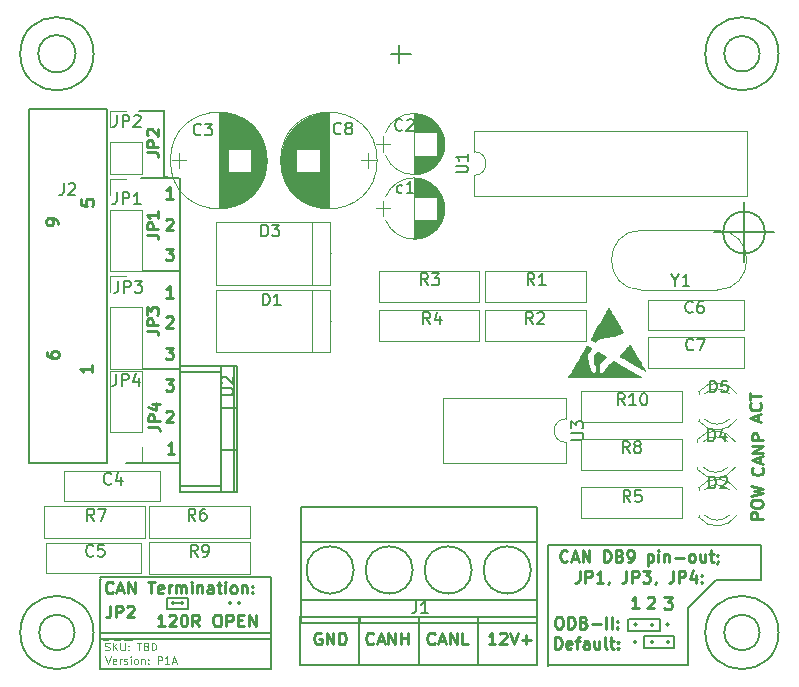
<source format=gto>
G04 #@! TF.FileFunction,Legend,Top*
%FSLAX46Y46*%
G04 Gerber Fmt 4.6, Leading zero omitted, Abs format (unit mm)*
G04 Created by KiCad (PCBNEW 4.0.5) date 01/25/17 19:42:49*
%MOMM*%
%LPD*%
G01*
G04 APERTURE LIST*
%ADD10C,0.200000*%
%ADD11C,0.250000*%
%ADD12C,0.125000*%
%ADD13C,0.031750*%
%ADD14C,0.150000*%
%ADD15C,0.120000*%
%ADD16C,0.010000*%
G04 APERTURE END LIST*
D10*
D11*
X20835881Y-34924976D02*
X20835881Y-34734500D01*
X20788262Y-34639261D01*
X20740643Y-34591642D01*
X20597786Y-34496404D01*
X20407310Y-34448785D01*
X20026357Y-34448785D01*
X19931119Y-34496404D01*
X19883500Y-34544023D01*
X19835881Y-34639261D01*
X19835881Y-34829738D01*
X19883500Y-34924976D01*
X19931119Y-34972595D01*
X20026357Y-35020214D01*
X20264452Y-35020214D01*
X20359690Y-34972595D01*
X20407310Y-34924976D01*
X20454929Y-34829738D01*
X20454929Y-34639261D01*
X20407310Y-34544023D01*
X20359690Y-34496404D01*
X20264452Y-34448785D01*
X22820381Y-32845404D02*
X22820381Y-33321595D01*
X23296571Y-33369214D01*
X23248952Y-33321595D01*
X23201333Y-33226357D01*
X23201333Y-32988261D01*
X23248952Y-32893023D01*
X23296571Y-32845404D01*
X23391810Y-32797785D01*
X23629905Y-32797785D01*
X23725143Y-32845404D01*
X23772762Y-32893023D01*
X23820381Y-32988261D01*
X23820381Y-33226357D01*
X23772762Y-33321595D01*
X23725143Y-33369214D01*
X19899381Y-45783523D02*
X19899381Y-45974000D01*
X19947000Y-46069238D01*
X19994619Y-46116857D01*
X20137476Y-46212095D01*
X20327952Y-46259714D01*
X20708905Y-46259714D01*
X20804143Y-46212095D01*
X20851762Y-46164476D01*
X20899381Y-46069238D01*
X20899381Y-45878761D01*
X20851762Y-45783523D01*
X20804143Y-45735904D01*
X20708905Y-45688285D01*
X20470810Y-45688285D01*
X20375571Y-45735904D01*
X20327952Y-45783523D01*
X20280333Y-45878761D01*
X20280333Y-46069238D01*
X20327952Y-46164476D01*
X20375571Y-46212095D01*
X20470810Y-46259714D01*
X23693381Y-46894785D02*
X23693381Y-47466214D01*
X23693381Y-47180500D02*
X22693381Y-47180500D01*
X22836238Y-47275738D01*
X22931476Y-47370976D01*
X22979095Y-47466214D01*
D12*
X24858643Y-71526048D02*
X25075309Y-72176048D01*
X25291976Y-71526048D01*
X25756262Y-72145095D02*
X25694357Y-72176048D01*
X25570548Y-72176048D01*
X25508643Y-72145095D01*
X25477691Y-72083190D01*
X25477691Y-71835571D01*
X25508643Y-71773667D01*
X25570548Y-71742714D01*
X25694357Y-71742714D01*
X25756262Y-71773667D01*
X25787214Y-71835571D01*
X25787214Y-71897476D01*
X25477691Y-71959381D01*
X26065786Y-72176048D02*
X26065786Y-71742714D01*
X26065786Y-71866524D02*
X26096738Y-71804619D01*
X26127691Y-71773667D01*
X26189595Y-71742714D01*
X26251500Y-71742714D01*
X26437215Y-72145095D02*
X26499119Y-72176048D01*
X26622929Y-72176048D01*
X26684834Y-72145095D01*
X26715786Y-72083190D01*
X26715786Y-72052238D01*
X26684834Y-71990333D01*
X26622929Y-71959381D01*
X26530072Y-71959381D01*
X26468167Y-71928429D01*
X26437215Y-71866524D01*
X26437215Y-71835571D01*
X26468167Y-71773667D01*
X26530072Y-71742714D01*
X26622929Y-71742714D01*
X26684834Y-71773667D01*
X26994357Y-72176048D02*
X26994357Y-71742714D01*
X26994357Y-71526048D02*
X26963405Y-71557000D01*
X26994357Y-71587952D01*
X27025309Y-71557000D01*
X26994357Y-71526048D01*
X26994357Y-71587952D01*
X27396738Y-72176048D02*
X27334833Y-72145095D01*
X27303881Y-72114143D01*
X27272929Y-72052238D01*
X27272929Y-71866524D01*
X27303881Y-71804619D01*
X27334833Y-71773667D01*
X27396738Y-71742714D01*
X27489595Y-71742714D01*
X27551500Y-71773667D01*
X27582452Y-71804619D01*
X27613405Y-71866524D01*
X27613405Y-72052238D01*
X27582452Y-72114143D01*
X27551500Y-72145095D01*
X27489595Y-72176048D01*
X27396738Y-72176048D01*
X27891976Y-71742714D02*
X27891976Y-72176048D01*
X27891976Y-71804619D02*
X27922928Y-71773667D01*
X27984833Y-71742714D01*
X28077690Y-71742714D01*
X28139595Y-71773667D01*
X28170547Y-71835571D01*
X28170547Y-72176048D01*
X28480071Y-72114143D02*
X28511023Y-72145095D01*
X28480071Y-72176048D01*
X28449119Y-72145095D01*
X28480071Y-72114143D01*
X28480071Y-72176048D01*
X28480071Y-71773667D02*
X28511023Y-71804619D01*
X28480071Y-71835571D01*
X28449119Y-71804619D01*
X28480071Y-71773667D01*
X28480071Y-71835571D01*
X29284833Y-72176048D02*
X29284833Y-71526048D01*
X29532452Y-71526048D01*
X29594357Y-71557000D01*
X29625309Y-71587952D01*
X29656261Y-71649857D01*
X29656261Y-71742714D01*
X29625309Y-71804619D01*
X29594357Y-71835571D01*
X29532452Y-71866524D01*
X29284833Y-71866524D01*
X30275309Y-72176048D02*
X29903881Y-72176048D01*
X30089595Y-72176048D02*
X30089595Y-71526048D01*
X30027690Y-71618905D01*
X29965785Y-71680810D01*
X29903881Y-71711762D01*
X30522929Y-71990333D02*
X30832452Y-71990333D01*
X30461024Y-72176048D02*
X30677690Y-71526048D01*
X30894357Y-72176048D01*
X24836310Y-71002095D02*
X24929167Y-71033048D01*
X25083929Y-71033048D01*
X25145833Y-71002095D01*
X25176786Y-70971143D01*
X25207738Y-70909238D01*
X25207738Y-70847333D01*
X25176786Y-70785429D01*
X25145833Y-70754476D01*
X25083929Y-70723524D01*
X24960119Y-70692571D01*
X24898214Y-70661619D01*
X24867262Y-70630667D01*
X24836310Y-70568762D01*
X24836310Y-70506857D01*
X24867262Y-70444952D01*
X24898214Y-70414000D01*
X24960119Y-70383048D01*
X25114881Y-70383048D01*
X25207738Y-70414000D01*
X25486310Y-71033048D02*
X25486310Y-70383048D01*
X25857738Y-71033048D02*
X25579167Y-70661619D01*
X25857738Y-70383048D02*
X25486310Y-70754476D01*
X26136310Y-70383048D02*
X26136310Y-70909238D01*
X26167262Y-70971143D01*
X26198215Y-71002095D01*
X26260119Y-71033048D01*
X26383929Y-71033048D01*
X26445834Y-71002095D01*
X26476786Y-70971143D01*
X26507738Y-70909238D01*
X26507738Y-70383048D01*
X26817262Y-70971143D02*
X26848214Y-71002095D01*
X26817262Y-71033048D01*
X26786310Y-71002095D01*
X26817262Y-70971143D01*
X26817262Y-71033048D01*
X26817262Y-70630667D02*
X26848214Y-70661619D01*
X26817262Y-70692571D01*
X26786310Y-70661619D01*
X26817262Y-70630667D01*
X26817262Y-70692571D01*
X27529167Y-70383048D02*
X27900595Y-70383048D01*
X27714881Y-71033048D02*
X27714881Y-70383048D01*
X28333929Y-70692571D02*
X28426786Y-70723524D01*
X28457738Y-70754476D01*
X28488690Y-70816381D01*
X28488690Y-70909238D01*
X28457738Y-70971143D01*
X28426786Y-71002095D01*
X28364881Y-71033048D01*
X28117262Y-71033048D01*
X28117262Y-70383048D01*
X28333929Y-70383048D01*
X28395833Y-70414000D01*
X28426786Y-70444952D01*
X28457738Y-70506857D01*
X28457738Y-70568762D01*
X28426786Y-70630667D01*
X28395833Y-70661619D01*
X28333929Y-70692571D01*
X28117262Y-70692571D01*
X28767262Y-71033048D02*
X28767262Y-70383048D01*
X28922024Y-70383048D01*
X29014881Y-70414000D01*
X29076786Y-70475905D01*
X29107738Y-70537810D01*
X29138690Y-70661619D01*
X29138690Y-70754476D01*
X29107738Y-70878286D01*
X29076786Y-70940190D01*
X29014881Y-71002095D01*
X28922024Y-71033048D01*
X28767262Y-71033048D01*
D10*
X38862000Y-69596000D02*
X38862000Y-69659500D01*
X24384000Y-69596000D02*
X38862000Y-69596000D01*
X38862000Y-72644000D02*
X38862000Y-69977000D01*
X24384000Y-72644000D02*
X38862000Y-72644000D01*
X24384000Y-69786500D02*
X24384000Y-72644000D01*
X29806900Y-25323800D02*
X27724100Y-25323800D01*
X29806900Y-30962600D02*
X30200600Y-30962600D01*
X29806900Y-25311100D02*
X29806900Y-30962600D01*
X31203900Y-31051500D02*
X31203900Y-55245000D01*
X24409400Y-70040500D02*
X24409400Y-69748400D01*
X38849300Y-70040500D02*
X24409400Y-70040500D01*
X38849300Y-69850000D02*
X38849300Y-70040500D01*
X74155300Y-72301100D02*
X74155300Y-71767700D01*
X62357000Y-72301100D02*
X74155300Y-72301100D01*
X62357000Y-71907400D02*
X62357000Y-72339200D01*
X74180700Y-71970900D02*
X74180700Y-72021700D01*
D11*
X80113167Y-51563448D02*
X80113167Y-51087257D01*
X80398881Y-51658686D02*
X79398881Y-51325353D01*
X80398881Y-50992019D01*
X80303643Y-50087257D02*
X80351262Y-50134876D01*
X80398881Y-50277733D01*
X80398881Y-50372971D01*
X80351262Y-50515829D01*
X80256024Y-50611067D01*
X80160786Y-50658686D01*
X79970310Y-50706305D01*
X79827452Y-50706305D01*
X79636976Y-50658686D01*
X79541738Y-50611067D01*
X79446500Y-50515829D01*
X79398881Y-50372971D01*
X79398881Y-50277733D01*
X79446500Y-50134876D01*
X79494119Y-50087257D01*
X79398881Y-49801543D02*
X79398881Y-49230114D01*
X80398881Y-49515829D02*
X79398881Y-49515829D01*
X80513181Y-59904143D02*
X79513181Y-59904143D01*
X79513181Y-59523190D01*
X79560800Y-59427952D01*
X79608419Y-59380333D01*
X79703657Y-59332714D01*
X79846514Y-59332714D01*
X79941752Y-59380333D01*
X79989371Y-59427952D01*
X80036990Y-59523190D01*
X80036990Y-59904143D01*
X79513181Y-58713667D02*
X79513181Y-58523190D01*
X79560800Y-58427952D01*
X79656038Y-58332714D01*
X79846514Y-58285095D01*
X80179848Y-58285095D01*
X80370324Y-58332714D01*
X80465562Y-58427952D01*
X80513181Y-58523190D01*
X80513181Y-58713667D01*
X80465562Y-58808905D01*
X80370324Y-58904143D01*
X80179848Y-58951762D01*
X79846514Y-58951762D01*
X79656038Y-58904143D01*
X79560800Y-58808905D01*
X79513181Y-58713667D01*
X79513181Y-57951762D02*
X80513181Y-57713667D01*
X79798895Y-57523190D01*
X80513181Y-57332714D01*
X79513181Y-57094619D01*
X80481443Y-55562357D02*
X80529062Y-55609976D01*
X80576681Y-55752833D01*
X80576681Y-55848071D01*
X80529062Y-55990929D01*
X80433824Y-56086167D01*
X80338586Y-56133786D01*
X80148110Y-56181405D01*
X80005252Y-56181405D01*
X79814776Y-56133786D01*
X79719538Y-56086167D01*
X79624300Y-55990929D01*
X79576681Y-55848071D01*
X79576681Y-55752833D01*
X79624300Y-55609976D01*
X79671919Y-55562357D01*
X80290967Y-55181405D02*
X80290967Y-54705214D01*
X80576681Y-55276643D02*
X79576681Y-54943310D01*
X80576681Y-54609976D01*
X80576681Y-54276643D02*
X79576681Y-54276643D01*
X80576681Y-53705214D01*
X79576681Y-53705214D01*
X80576681Y-53229024D02*
X79576681Y-53229024D01*
X79576681Y-52848071D01*
X79624300Y-52752833D01*
X79671919Y-52705214D01*
X79767157Y-52657595D01*
X79910014Y-52657595D01*
X80005252Y-52705214D01*
X80052871Y-52752833D01*
X80100490Y-52848071D01*
X80100490Y-53229024D01*
D10*
X62357000Y-68097400D02*
X62357000Y-71970900D01*
X62357000Y-62128400D02*
X62357000Y-68097400D01*
X73025000Y-69811900D02*
X73025000Y-70827900D01*
X72898000Y-70827900D02*
X73025000Y-70827900D01*
X69088000Y-68351400D02*
X69088000Y-69430900D01*
X71818500Y-68351400D02*
X71818500Y-69430900D01*
X38862000Y-69875400D02*
X38862000Y-69494400D01*
X37973000Y-64858900D02*
X38862000Y-64858900D01*
X74168000Y-67462400D02*
X74168000Y-71970900D01*
X76517500Y-65112900D02*
X74168000Y-67462400D01*
X80391000Y-65112900D02*
X76517500Y-65112900D01*
X80391000Y-62128400D02*
X80391000Y-65112900D01*
X62293500Y-62128400D02*
X80391000Y-62128400D01*
X73025000Y-69811900D02*
X70421500Y-69811900D01*
X70421500Y-70827900D02*
X72961500Y-70827900D01*
X70421500Y-69811900D02*
X70421500Y-70827900D01*
X71818500Y-69430900D02*
X69088000Y-69430900D01*
X69151500Y-68351400D02*
X71818500Y-68351400D01*
X72580500Y-68859400D02*
G75*
G03X72580500Y-68859400I-127000J0D01*
G01*
X69850000Y-68859400D02*
G75*
G03X69850000Y-68859400I-127000J0D01*
G01*
X71247000Y-68859400D02*
G75*
G03X71247000Y-68859400I-127000J0D01*
G01*
X71247000Y-70319900D02*
G75*
G03X71247000Y-70319900I-127000J0D01*
G01*
X69850000Y-70319900D02*
G75*
G03X69850000Y-70319900I-127000J0D01*
G01*
X72580500Y-70319900D02*
G75*
G03X72580500Y-70319900I-127000J0D01*
G01*
D11*
X62928833Y-70899281D02*
X62928833Y-69899281D01*
X63166928Y-69899281D01*
X63309786Y-69946900D01*
X63405024Y-70042138D01*
X63452643Y-70137376D01*
X63500262Y-70327852D01*
X63500262Y-70470710D01*
X63452643Y-70661186D01*
X63405024Y-70756424D01*
X63309786Y-70851662D01*
X63166928Y-70899281D01*
X62928833Y-70899281D01*
X64309786Y-70851662D02*
X64214548Y-70899281D01*
X64024071Y-70899281D01*
X63928833Y-70851662D01*
X63881214Y-70756424D01*
X63881214Y-70375471D01*
X63928833Y-70280233D01*
X64024071Y-70232614D01*
X64214548Y-70232614D01*
X64309786Y-70280233D01*
X64357405Y-70375471D01*
X64357405Y-70470710D01*
X63881214Y-70565948D01*
X64643119Y-70232614D02*
X65024071Y-70232614D01*
X64785976Y-70899281D02*
X64785976Y-70042138D01*
X64833595Y-69946900D01*
X64928833Y-69899281D01*
X65024071Y-69899281D01*
X65785977Y-70899281D02*
X65785977Y-70375471D01*
X65738358Y-70280233D01*
X65643120Y-70232614D01*
X65452643Y-70232614D01*
X65357405Y-70280233D01*
X65785977Y-70851662D02*
X65690739Y-70899281D01*
X65452643Y-70899281D01*
X65357405Y-70851662D01*
X65309786Y-70756424D01*
X65309786Y-70661186D01*
X65357405Y-70565948D01*
X65452643Y-70518329D01*
X65690739Y-70518329D01*
X65785977Y-70470710D01*
X66690739Y-70232614D02*
X66690739Y-70899281D01*
X66262167Y-70232614D02*
X66262167Y-70756424D01*
X66309786Y-70851662D01*
X66405024Y-70899281D01*
X66547882Y-70899281D01*
X66643120Y-70851662D01*
X66690739Y-70804043D01*
X67309786Y-70899281D02*
X67214548Y-70851662D01*
X67166929Y-70756424D01*
X67166929Y-69899281D01*
X67547882Y-70232614D02*
X67928834Y-70232614D01*
X67690739Y-69899281D02*
X67690739Y-70756424D01*
X67738358Y-70851662D01*
X67833596Y-70899281D01*
X67928834Y-70899281D01*
X68262168Y-70804043D02*
X68309787Y-70851662D01*
X68262168Y-70899281D01*
X68214549Y-70851662D01*
X68262168Y-70804043D01*
X68262168Y-70899281D01*
X68262168Y-70280233D02*
X68309787Y-70327852D01*
X68262168Y-70375471D01*
X68214549Y-70327852D01*
X68262168Y-70280233D01*
X68262168Y-70375471D01*
X63166929Y-68184781D02*
X63357406Y-68184781D01*
X63452644Y-68232400D01*
X63547882Y-68327638D01*
X63595501Y-68518114D01*
X63595501Y-68851448D01*
X63547882Y-69041924D01*
X63452644Y-69137162D01*
X63357406Y-69184781D01*
X63166929Y-69184781D01*
X63071691Y-69137162D01*
X62976453Y-69041924D01*
X62928834Y-68851448D01*
X62928834Y-68518114D01*
X62976453Y-68327638D01*
X63071691Y-68232400D01*
X63166929Y-68184781D01*
X64024072Y-69184781D02*
X64024072Y-68184781D01*
X64262167Y-68184781D01*
X64405025Y-68232400D01*
X64500263Y-68327638D01*
X64547882Y-68422876D01*
X64595501Y-68613352D01*
X64595501Y-68756210D01*
X64547882Y-68946686D01*
X64500263Y-69041924D01*
X64405025Y-69137162D01*
X64262167Y-69184781D01*
X64024072Y-69184781D01*
X65357406Y-68660971D02*
X65500263Y-68708590D01*
X65547882Y-68756210D01*
X65595501Y-68851448D01*
X65595501Y-68994305D01*
X65547882Y-69089543D01*
X65500263Y-69137162D01*
X65405025Y-69184781D01*
X65024072Y-69184781D01*
X65024072Y-68184781D01*
X65357406Y-68184781D01*
X65452644Y-68232400D01*
X65500263Y-68280019D01*
X65547882Y-68375257D01*
X65547882Y-68470495D01*
X65500263Y-68565733D01*
X65452644Y-68613352D01*
X65357406Y-68660971D01*
X65024072Y-68660971D01*
X66024072Y-68803829D02*
X66785977Y-68803829D01*
X67262167Y-69184781D02*
X67262167Y-68184781D01*
X67738357Y-69184781D02*
X67738357Y-68184781D01*
X68214547Y-69089543D02*
X68262166Y-69137162D01*
X68214547Y-69184781D01*
X68166928Y-69137162D01*
X68214547Y-69089543D01*
X68214547Y-69184781D01*
X68214547Y-68565733D02*
X68262166Y-68613352D01*
X68214547Y-68660971D01*
X68166928Y-68613352D01*
X68214547Y-68565733D01*
X68214547Y-68660971D01*
X72183667Y-66533781D02*
X72802715Y-66533781D01*
X72469381Y-66914733D01*
X72612239Y-66914733D01*
X72707477Y-66962352D01*
X72755096Y-67009971D01*
X72802715Y-67105210D01*
X72802715Y-67343305D01*
X72755096Y-67438543D01*
X72707477Y-67486162D01*
X72612239Y-67533781D01*
X72326524Y-67533781D01*
X72231286Y-67486162D01*
X72183667Y-67438543D01*
X70770786Y-66565519D02*
X70818405Y-66517900D01*
X70913643Y-66470281D01*
X71151739Y-66470281D01*
X71246977Y-66517900D01*
X71294596Y-66565519D01*
X71342215Y-66660757D01*
X71342215Y-66755995D01*
X71294596Y-66898852D01*
X70723167Y-67470281D01*
X71342215Y-67470281D01*
X70008715Y-67470281D02*
X69437286Y-67470281D01*
X69723000Y-67470281D02*
X69723000Y-66470281D01*
X69627762Y-66613138D01*
X69532524Y-66708376D01*
X69437286Y-66755995D01*
X63969072Y-63452043D02*
X63921453Y-63499662D01*
X63778596Y-63547281D01*
X63683358Y-63547281D01*
X63540500Y-63499662D01*
X63445262Y-63404424D01*
X63397643Y-63309186D01*
X63350024Y-63118710D01*
X63350024Y-62975852D01*
X63397643Y-62785376D01*
X63445262Y-62690138D01*
X63540500Y-62594900D01*
X63683358Y-62547281D01*
X63778596Y-62547281D01*
X63921453Y-62594900D01*
X63969072Y-62642519D01*
X64350024Y-63261567D02*
X64826215Y-63261567D01*
X64254786Y-63547281D02*
X64588119Y-62547281D01*
X64921453Y-63547281D01*
X65254786Y-63547281D02*
X65254786Y-62547281D01*
X65826215Y-63547281D01*
X65826215Y-62547281D01*
X67064310Y-63547281D02*
X67064310Y-62547281D01*
X67302405Y-62547281D01*
X67445263Y-62594900D01*
X67540501Y-62690138D01*
X67588120Y-62785376D01*
X67635739Y-62975852D01*
X67635739Y-63118710D01*
X67588120Y-63309186D01*
X67540501Y-63404424D01*
X67445263Y-63499662D01*
X67302405Y-63547281D01*
X67064310Y-63547281D01*
X68397644Y-63023471D02*
X68540501Y-63071090D01*
X68588120Y-63118710D01*
X68635739Y-63213948D01*
X68635739Y-63356805D01*
X68588120Y-63452043D01*
X68540501Y-63499662D01*
X68445263Y-63547281D01*
X68064310Y-63547281D01*
X68064310Y-62547281D01*
X68397644Y-62547281D01*
X68492882Y-62594900D01*
X68540501Y-62642519D01*
X68588120Y-62737757D01*
X68588120Y-62832995D01*
X68540501Y-62928233D01*
X68492882Y-62975852D01*
X68397644Y-63023471D01*
X68064310Y-63023471D01*
X69111929Y-63547281D02*
X69302405Y-63547281D01*
X69397644Y-63499662D01*
X69445263Y-63452043D01*
X69540501Y-63309186D01*
X69588120Y-63118710D01*
X69588120Y-62737757D01*
X69540501Y-62642519D01*
X69492882Y-62594900D01*
X69397644Y-62547281D01*
X69207167Y-62547281D01*
X69111929Y-62594900D01*
X69064310Y-62642519D01*
X69016691Y-62737757D01*
X69016691Y-62975852D01*
X69064310Y-63071090D01*
X69111929Y-63118710D01*
X69207167Y-63166329D01*
X69397644Y-63166329D01*
X69492882Y-63118710D01*
X69540501Y-63071090D01*
X69588120Y-62975852D01*
X70778596Y-62880614D02*
X70778596Y-63880614D01*
X70778596Y-62928233D02*
X70873834Y-62880614D01*
X71064311Y-62880614D01*
X71159549Y-62928233D01*
X71207168Y-62975852D01*
X71254787Y-63071090D01*
X71254787Y-63356805D01*
X71207168Y-63452043D01*
X71159549Y-63499662D01*
X71064311Y-63547281D01*
X70873834Y-63547281D01*
X70778596Y-63499662D01*
X71683358Y-63547281D02*
X71683358Y-62880614D01*
X71683358Y-62547281D02*
X71635739Y-62594900D01*
X71683358Y-62642519D01*
X71730977Y-62594900D01*
X71683358Y-62547281D01*
X71683358Y-62642519D01*
X72159548Y-62880614D02*
X72159548Y-63547281D01*
X72159548Y-62975852D02*
X72207167Y-62928233D01*
X72302405Y-62880614D01*
X72445263Y-62880614D01*
X72540501Y-62928233D01*
X72588120Y-63023471D01*
X72588120Y-63547281D01*
X73064310Y-63166329D02*
X73826215Y-63166329D01*
X74445262Y-63547281D02*
X74350024Y-63499662D01*
X74302405Y-63452043D01*
X74254786Y-63356805D01*
X74254786Y-63071090D01*
X74302405Y-62975852D01*
X74350024Y-62928233D01*
X74445262Y-62880614D01*
X74588120Y-62880614D01*
X74683358Y-62928233D01*
X74730977Y-62975852D01*
X74778596Y-63071090D01*
X74778596Y-63356805D01*
X74730977Y-63452043D01*
X74683358Y-63499662D01*
X74588120Y-63547281D01*
X74445262Y-63547281D01*
X75635739Y-62880614D02*
X75635739Y-63547281D01*
X75207167Y-62880614D02*
X75207167Y-63404424D01*
X75254786Y-63499662D01*
X75350024Y-63547281D01*
X75492882Y-63547281D01*
X75588120Y-63499662D01*
X75635739Y-63452043D01*
X75969072Y-62880614D02*
X76350024Y-62880614D01*
X76111929Y-62547281D02*
X76111929Y-63404424D01*
X76159548Y-63499662D01*
X76254786Y-63547281D01*
X76350024Y-63547281D01*
X76730977Y-63499662D02*
X76730977Y-63547281D01*
X76683358Y-63642519D01*
X76635739Y-63690138D01*
X76683358Y-62928233D02*
X76730977Y-62975852D01*
X76683358Y-63023471D01*
X76635739Y-62975852D01*
X76683358Y-62928233D01*
X76683358Y-63023471D01*
X65016691Y-64297281D02*
X65016691Y-65011567D01*
X64969071Y-65154424D01*
X64873833Y-65249662D01*
X64730976Y-65297281D01*
X64635738Y-65297281D01*
X65492881Y-65297281D02*
X65492881Y-64297281D01*
X65873834Y-64297281D01*
X65969072Y-64344900D01*
X66016691Y-64392519D01*
X66064310Y-64487757D01*
X66064310Y-64630614D01*
X66016691Y-64725852D01*
X65969072Y-64773471D01*
X65873834Y-64821090D01*
X65492881Y-64821090D01*
X67016691Y-65297281D02*
X66445262Y-65297281D01*
X66730976Y-65297281D02*
X66730976Y-64297281D01*
X66635738Y-64440138D01*
X66540500Y-64535376D01*
X66445262Y-64582995D01*
X67492881Y-65249662D02*
X67492881Y-65297281D01*
X67445262Y-65392519D01*
X67397643Y-65440138D01*
X68969072Y-64297281D02*
X68969072Y-65011567D01*
X68921452Y-65154424D01*
X68826214Y-65249662D01*
X68683357Y-65297281D01*
X68588119Y-65297281D01*
X69445262Y-65297281D02*
X69445262Y-64297281D01*
X69826215Y-64297281D01*
X69921453Y-64344900D01*
X69969072Y-64392519D01*
X70016691Y-64487757D01*
X70016691Y-64630614D01*
X69969072Y-64725852D01*
X69921453Y-64773471D01*
X69826215Y-64821090D01*
X69445262Y-64821090D01*
X70350024Y-64297281D02*
X70969072Y-64297281D01*
X70635738Y-64678233D01*
X70778596Y-64678233D01*
X70873834Y-64725852D01*
X70921453Y-64773471D01*
X70969072Y-64868710D01*
X70969072Y-65106805D01*
X70921453Y-65202043D01*
X70873834Y-65249662D01*
X70778596Y-65297281D01*
X70492881Y-65297281D01*
X70397643Y-65249662D01*
X70350024Y-65202043D01*
X71445262Y-65249662D02*
X71445262Y-65297281D01*
X71397643Y-65392519D01*
X71350024Y-65440138D01*
X72921453Y-64297281D02*
X72921453Y-65011567D01*
X72873833Y-65154424D01*
X72778595Y-65249662D01*
X72635738Y-65297281D01*
X72540500Y-65297281D01*
X73397643Y-65297281D02*
X73397643Y-64297281D01*
X73778596Y-64297281D01*
X73873834Y-64344900D01*
X73921453Y-64392519D01*
X73969072Y-64487757D01*
X73969072Y-64630614D01*
X73921453Y-64725852D01*
X73873834Y-64773471D01*
X73778596Y-64821090D01*
X73397643Y-64821090D01*
X74826215Y-64630614D02*
X74826215Y-65297281D01*
X74588119Y-64249662D02*
X74350024Y-64963948D01*
X74969072Y-64963948D01*
X75350024Y-65202043D02*
X75397643Y-65249662D01*
X75350024Y-65297281D01*
X75302405Y-65249662D01*
X75350024Y-65202043D01*
X75350024Y-65297281D01*
X75350024Y-64678233D02*
X75397643Y-64725852D01*
X75350024Y-64773471D01*
X75302405Y-64725852D01*
X75350024Y-64678233D01*
X75350024Y-64773471D01*
D10*
X46355000Y-72288400D02*
X45847000Y-72288400D01*
X46355000Y-68224400D02*
X46355000Y-72288400D01*
X51371500Y-72288400D02*
X51435000Y-72288400D01*
X51371500Y-68160900D02*
X51371500Y-72288400D01*
X56388000Y-72288400D02*
X56070500Y-72288400D01*
X56388000Y-68097400D02*
X56388000Y-72288400D01*
X61404500Y-72288400D02*
X61404500Y-68160900D01*
X41338500Y-72288400D02*
X61404500Y-72288400D01*
X41338500Y-68160900D02*
X41338500Y-72288400D01*
X24384000Y-64985900D02*
X24511000Y-64985900D01*
X24384000Y-69875400D02*
X24384000Y-64985900D01*
X38862000Y-64922400D02*
X38862000Y-69430900D01*
X24384000Y-64858900D02*
X37909500Y-64858900D01*
D11*
X25265167Y-67232281D02*
X25265167Y-67946567D01*
X25217547Y-68089424D01*
X25122309Y-68184662D01*
X24979452Y-68232281D01*
X24884214Y-68232281D01*
X25741357Y-68232281D02*
X25741357Y-67232281D01*
X26122310Y-67232281D01*
X26217548Y-67279900D01*
X26265167Y-67327519D01*
X26312786Y-67422757D01*
X26312786Y-67565614D01*
X26265167Y-67660852D01*
X26217548Y-67708471D01*
X26122310Y-67756090D01*
X25741357Y-67756090D01*
X26693738Y-67327519D02*
X26741357Y-67279900D01*
X26836595Y-67232281D01*
X27074691Y-67232281D01*
X27169929Y-67279900D01*
X27217548Y-67327519D01*
X27265167Y-67422757D01*
X27265167Y-67517995D01*
X27217548Y-67660852D01*
X26646119Y-68232281D01*
X27265167Y-68232281D01*
D13*
X25074667Y-70059852D02*
X25074667Y-70150567D01*
X25027047Y-70168710D01*
X24931809Y-70180805D01*
X24788952Y-70186852D01*
X24693714Y-70186852D01*
X25550857Y-70186852D02*
X25550857Y-70059852D01*
X25931810Y-70059852D01*
X26027048Y-70065900D01*
X26074667Y-70071948D01*
X26122286Y-70084043D01*
X26122286Y-70102186D01*
X26074667Y-70114281D01*
X26027048Y-70120329D01*
X25931810Y-70126376D01*
X25550857Y-70126376D01*
X26503238Y-70071948D02*
X26550857Y-70065900D01*
X26646095Y-70059852D01*
X26884191Y-70059852D01*
X26979429Y-70065900D01*
X27027048Y-70071948D01*
X27074667Y-70084043D01*
X27074667Y-70096138D01*
X27027048Y-70114281D01*
X26455619Y-70186852D01*
X27074667Y-70186852D01*
D11*
X34242571Y-67994281D02*
X34433048Y-67994281D01*
X34528286Y-68041900D01*
X34623524Y-68137138D01*
X34671143Y-68327614D01*
X34671143Y-68660948D01*
X34623524Y-68851424D01*
X34528286Y-68946662D01*
X34433048Y-68994281D01*
X34242571Y-68994281D01*
X34147333Y-68946662D01*
X34052095Y-68851424D01*
X34004476Y-68660948D01*
X34004476Y-68327614D01*
X34052095Y-68137138D01*
X34147333Y-68041900D01*
X34242571Y-67994281D01*
X35099714Y-68994281D02*
X35099714Y-67994281D01*
X35480667Y-67994281D01*
X35575905Y-68041900D01*
X35623524Y-68089519D01*
X35671143Y-68184757D01*
X35671143Y-68327614D01*
X35623524Y-68422852D01*
X35575905Y-68470471D01*
X35480667Y-68518090D01*
X35099714Y-68518090D01*
X36099714Y-68470471D02*
X36433048Y-68470471D01*
X36575905Y-68994281D02*
X36099714Y-68994281D01*
X36099714Y-67994281D01*
X36575905Y-67994281D01*
X37004476Y-68994281D02*
X37004476Y-67994281D01*
X37575905Y-68994281D01*
X37575905Y-67994281D01*
D10*
X35496500Y-67017900D02*
G75*
G03X35496500Y-67017900I-127000J0D01*
G01*
X36258500Y-67017900D02*
G75*
G03X36258500Y-67017900I-127000J0D01*
G01*
X31369000Y-67017900D02*
X30607000Y-67017900D01*
D11*
X29884834Y-68994281D02*
X29313405Y-68994281D01*
X29599119Y-68994281D02*
X29599119Y-67994281D01*
X29503881Y-68137138D01*
X29408643Y-68232376D01*
X29313405Y-68279995D01*
X30265786Y-68089519D02*
X30313405Y-68041900D01*
X30408643Y-67994281D01*
X30646739Y-67994281D01*
X30741977Y-68041900D01*
X30789596Y-68089519D01*
X30837215Y-68184757D01*
X30837215Y-68279995D01*
X30789596Y-68422852D01*
X30218167Y-68994281D01*
X30837215Y-68994281D01*
X31456262Y-67994281D02*
X31551501Y-67994281D01*
X31646739Y-68041900D01*
X31694358Y-68089519D01*
X31741977Y-68184757D01*
X31789596Y-68375233D01*
X31789596Y-68613329D01*
X31741977Y-68803805D01*
X31694358Y-68899043D01*
X31646739Y-68946662D01*
X31551501Y-68994281D01*
X31456262Y-68994281D01*
X31361024Y-68946662D01*
X31313405Y-68899043D01*
X31265786Y-68803805D01*
X31218167Y-68613329D01*
X31218167Y-68375233D01*
X31265786Y-68184757D01*
X31313405Y-68089519D01*
X31361024Y-68041900D01*
X31456262Y-67994281D01*
X32789596Y-68994281D02*
X32456262Y-68518090D01*
X32218167Y-68994281D02*
X32218167Y-67994281D01*
X32599120Y-67994281D01*
X32694358Y-68041900D01*
X32741977Y-68089519D01*
X32789596Y-68184757D01*
X32789596Y-68327614D01*
X32741977Y-68422852D01*
X32694358Y-68470471D01*
X32599120Y-68518090D01*
X32218167Y-68518090D01*
D10*
X31877000Y-67525900D02*
X31877000Y-66636900D01*
X30099000Y-67525900D02*
X31877000Y-67525900D01*
X30099000Y-66636900D02*
X30099000Y-67525900D01*
X31877000Y-66636900D02*
X30099000Y-66636900D01*
X31496000Y-67017900D02*
G75*
G03X31496000Y-67017900I-127000J0D01*
G01*
X30734000Y-67017900D02*
G75*
G03X30734000Y-67017900I-127000J0D01*
G01*
D11*
X25495953Y-66105043D02*
X25448334Y-66152662D01*
X25305477Y-66200281D01*
X25210239Y-66200281D01*
X25067381Y-66152662D01*
X24972143Y-66057424D01*
X24924524Y-65962186D01*
X24876905Y-65771710D01*
X24876905Y-65628852D01*
X24924524Y-65438376D01*
X24972143Y-65343138D01*
X25067381Y-65247900D01*
X25210239Y-65200281D01*
X25305477Y-65200281D01*
X25448334Y-65247900D01*
X25495953Y-65295519D01*
X25876905Y-65914567D02*
X26353096Y-65914567D01*
X25781667Y-66200281D02*
X26115000Y-65200281D01*
X26448334Y-66200281D01*
X26781667Y-66200281D02*
X26781667Y-65200281D01*
X27353096Y-66200281D01*
X27353096Y-65200281D01*
X28448334Y-65200281D02*
X29019763Y-65200281D01*
X28734048Y-66200281D02*
X28734048Y-65200281D01*
X29734049Y-66152662D02*
X29638811Y-66200281D01*
X29448334Y-66200281D01*
X29353096Y-66152662D01*
X29305477Y-66057424D01*
X29305477Y-65676471D01*
X29353096Y-65581233D01*
X29448334Y-65533614D01*
X29638811Y-65533614D01*
X29734049Y-65581233D01*
X29781668Y-65676471D01*
X29781668Y-65771710D01*
X29305477Y-65866948D01*
X30210239Y-66200281D02*
X30210239Y-65533614D01*
X30210239Y-65724090D02*
X30257858Y-65628852D01*
X30305477Y-65581233D01*
X30400715Y-65533614D01*
X30495954Y-65533614D01*
X30829287Y-66200281D02*
X30829287Y-65533614D01*
X30829287Y-65628852D02*
X30876906Y-65581233D01*
X30972144Y-65533614D01*
X31115002Y-65533614D01*
X31210240Y-65581233D01*
X31257859Y-65676471D01*
X31257859Y-66200281D01*
X31257859Y-65676471D02*
X31305478Y-65581233D01*
X31400716Y-65533614D01*
X31543573Y-65533614D01*
X31638811Y-65581233D01*
X31686430Y-65676471D01*
X31686430Y-66200281D01*
X32162620Y-66200281D02*
X32162620Y-65533614D01*
X32162620Y-65200281D02*
X32115001Y-65247900D01*
X32162620Y-65295519D01*
X32210239Y-65247900D01*
X32162620Y-65200281D01*
X32162620Y-65295519D01*
X32638810Y-65533614D02*
X32638810Y-66200281D01*
X32638810Y-65628852D02*
X32686429Y-65581233D01*
X32781667Y-65533614D01*
X32924525Y-65533614D01*
X33019763Y-65581233D01*
X33067382Y-65676471D01*
X33067382Y-66200281D01*
X33972144Y-66200281D02*
X33972144Y-65676471D01*
X33924525Y-65581233D01*
X33829287Y-65533614D01*
X33638810Y-65533614D01*
X33543572Y-65581233D01*
X33972144Y-66152662D02*
X33876906Y-66200281D01*
X33638810Y-66200281D01*
X33543572Y-66152662D01*
X33495953Y-66057424D01*
X33495953Y-65962186D01*
X33543572Y-65866948D01*
X33638810Y-65819329D01*
X33876906Y-65819329D01*
X33972144Y-65771710D01*
X34305477Y-65533614D02*
X34686429Y-65533614D01*
X34448334Y-65200281D02*
X34448334Y-66057424D01*
X34495953Y-66152662D01*
X34591191Y-66200281D01*
X34686429Y-66200281D01*
X35019763Y-66200281D02*
X35019763Y-65533614D01*
X35019763Y-65200281D02*
X34972144Y-65247900D01*
X35019763Y-65295519D01*
X35067382Y-65247900D01*
X35019763Y-65200281D01*
X35019763Y-65295519D01*
X35638810Y-66200281D02*
X35543572Y-66152662D01*
X35495953Y-66105043D01*
X35448334Y-66009805D01*
X35448334Y-65724090D01*
X35495953Y-65628852D01*
X35543572Y-65581233D01*
X35638810Y-65533614D01*
X35781668Y-65533614D01*
X35876906Y-65581233D01*
X35924525Y-65628852D01*
X35972144Y-65724090D01*
X35972144Y-66009805D01*
X35924525Y-66105043D01*
X35876906Y-66152662D01*
X35781668Y-66200281D01*
X35638810Y-66200281D01*
X36400715Y-65533614D02*
X36400715Y-66200281D01*
X36400715Y-65628852D02*
X36448334Y-65581233D01*
X36543572Y-65533614D01*
X36686430Y-65533614D01*
X36781668Y-65581233D01*
X36829287Y-65676471D01*
X36829287Y-66200281D01*
X37305477Y-66105043D02*
X37353096Y-66152662D01*
X37305477Y-66200281D01*
X37257858Y-66152662D01*
X37305477Y-66105043D01*
X37305477Y-66200281D01*
X37305477Y-65581233D02*
X37353096Y-65628852D01*
X37305477Y-65676471D01*
X37257858Y-65628852D01*
X37305477Y-65581233D01*
X37305477Y-65676471D01*
D10*
X28003500Y-55206900D02*
X26606500Y-55206900D01*
X31051500Y-31076900D02*
X27876500Y-31076900D01*
X31051500Y-38950900D02*
X28003500Y-38950900D01*
X31051500Y-47205900D02*
X28003500Y-47205900D01*
X31051500Y-55206900D02*
X27876500Y-55206900D01*
D11*
X30702215Y-54389281D02*
X30130786Y-54389281D01*
X30416500Y-54389281D02*
X30416500Y-53389281D01*
X30321262Y-53532138D01*
X30226024Y-53627376D01*
X30130786Y-53674995D01*
X30003786Y-50817519D02*
X30051405Y-50769900D01*
X30146643Y-50722281D01*
X30384739Y-50722281D01*
X30479977Y-50769900D01*
X30527596Y-50817519D01*
X30575215Y-50912757D01*
X30575215Y-51007995D01*
X30527596Y-51150852D01*
X29956167Y-51722281D01*
X30575215Y-51722281D01*
X29956167Y-48055281D02*
X30575215Y-48055281D01*
X30241881Y-48436233D01*
X30384739Y-48436233D01*
X30479977Y-48483852D01*
X30527596Y-48531471D01*
X30575215Y-48626710D01*
X30575215Y-48864805D01*
X30527596Y-48960043D01*
X30479977Y-49007662D01*
X30384739Y-49055281D01*
X30099024Y-49055281D01*
X30003786Y-49007662D01*
X29956167Y-48960043D01*
X29956167Y-45388281D02*
X30575215Y-45388281D01*
X30241881Y-45769233D01*
X30384739Y-45769233D01*
X30479977Y-45816852D01*
X30527596Y-45864471D01*
X30575215Y-45959710D01*
X30575215Y-46197805D01*
X30527596Y-46293043D01*
X30479977Y-46340662D01*
X30384739Y-46388281D01*
X30099024Y-46388281D01*
X30003786Y-46340662D01*
X29956167Y-46293043D01*
X30003786Y-42816519D02*
X30051405Y-42768900D01*
X30146643Y-42721281D01*
X30384739Y-42721281D01*
X30479977Y-42768900D01*
X30527596Y-42816519D01*
X30575215Y-42911757D01*
X30575215Y-43006995D01*
X30527596Y-43149852D01*
X29956167Y-43721281D01*
X30575215Y-43721281D01*
X30575215Y-41181281D02*
X30003786Y-41181281D01*
X30289500Y-41181281D02*
X30289500Y-40181281D01*
X30194262Y-40324138D01*
X30099024Y-40419376D01*
X30003786Y-40466995D01*
X29956167Y-37006281D02*
X30575215Y-37006281D01*
X30241881Y-37387233D01*
X30384739Y-37387233D01*
X30479977Y-37434852D01*
X30527596Y-37482471D01*
X30575215Y-37577710D01*
X30575215Y-37815805D01*
X30527596Y-37911043D01*
X30479977Y-37958662D01*
X30384739Y-38006281D01*
X30099024Y-38006281D01*
X30003786Y-37958662D01*
X29956167Y-37911043D01*
X30003786Y-34561519D02*
X30051405Y-34513900D01*
X30146643Y-34466281D01*
X30384739Y-34466281D01*
X30479977Y-34513900D01*
X30527596Y-34561519D01*
X30575215Y-34656757D01*
X30575215Y-34751995D01*
X30527596Y-34894852D01*
X29956167Y-35466281D01*
X30575215Y-35466281D01*
X30575215Y-32799281D02*
X30003786Y-32799281D01*
X30289500Y-32799281D02*
X30289500Y-31799281D01*
X30194262Y-31942138D01*
X30099024Y-32037376D01*
X30003786Y-32084995D01*
X28471881Y-52103233D02*
X29186167Y-52103233D01*
X29329024Y-52150853D01*
X29424262Y-52246091D01*
X29471881Y-52388948D01*
X29471881Y-52484186D01*
X29471881Y-51627043D02*
X28471881Y-51627043D01*
X28471881Y-51246090D01*
X28519500Y-51150852D01*
X28567119Y-51103233D01*
X28662357Y-51055614D01*
X28805214Y-51055614D01*
X28900452Y-51103233D01*
X28948071Y-51150852D01*
X28995690Y-51246090D01*
X28995690Y-51627043D01*
X28805214Y-50198471D02*
X29471881Y-50198471D01*
X28424262Y-50436567D02*
X29138548Y-50674662D01*
X29138548Y-50055614D01*
X28344881Y-43975233D02*
X29059167Y-43975233D01*
X29202024Y-44022853D01*
X29297262Y-44118091D01*
X29344881Y-44260948D01*
X29344881Y-44356186D01*
X29344881Y-43499043D02*
X28344881Y-43499043D01*
X28344881Y-43118090D01*
X28392500Y-43022852D01*
X28440119Y-42975233D01*
X28535357Y-42927614D01*
X28678214Y-42927614D01*
X28773452Y-42975233D01*
X28821071Y-43022852D01*
X28868690Y-43118090D01*
X28868690Y-43499043D01*
X28344881Y-42594281D02*
X28344881Y-41975233D01*
X28725833Y-42308567D01*
X28725833Y-42165709D01*
X28773452Y-42070471D01*
X28821071Y-42022852D01*
X28916310Y-41975233D01*
X29154405Y-41975233D01*
X29249643Y-42022852D01*
X29297262Y-42070471D01*
X29344881Y-42165709D01*
X29344881Y-42451424D01*
X29297262Y-42546662D01*
X29249643Y-42594281D01*
X28344881Y-35847233D02*
X29059167Y-35847233D01*
X29202024Y-35894853D01*
X29297262Y-35990091D01*
X29344881Y-36132948D01*
X29344881Y-36228186D01*
X29344881Y-35371043D02*
X28344881Y-35371043D01*
X28344881Y-34990090D01*
X28392500Y-34894852D01*
X28440119Y-34847233D01*
X28535357Y-34799614D01*
X28678214Y-34799614D01*
X28773452Y-34847233D01*
X28821071Y-34894852D01*
X28868690Y-34990090D01*
X28868690Y-35371043D01*
X29344881Y-33847233D02*
X29344881Y-34418662D01*
X29344881Y-34132948D02*
X28344881Y-34132948D01*
X28487738Y-34228186D01*
X28582976Y-34323424D01*
X28630595Y-34418662D01*
X28344881Y-28862233D02*
X29059167Y-28862233D01*
X29202024Y-28909853D01*
X29297262Y-29005091D01*
X29344881Y-29147948D01*
X29344881Y-29243186D01*
X29344881Y-28386043D02*
X28344881Y-28386043D01*
X28344881Y-28005090D01*
X28392500Y-27909852D01*
X28440119Y-27862233D01*
X28535357Y-27814614D01*
X28678214Y-27814614D01*
X28773452Y-27862233D01*
X28821071Y-27909852D01*
X28868690Y-28005090D01*
X28868690Y-28386043D01*
X28440119Y-27433662D02*
X28392500Y-27386043D01*
X28344881Y-27290805D01*
X28344881Y-27052709D01*
X28392500Y-26957471D01*
X28440119Y-26909852D01*
X28535357Y-26862233D01*
X28630595Y-26862233D01*
X28773452Y-26909852D01*
X29344881Y-27481281D01*
X29344881Y-26862233D01*
X57880405Y-70518281D02*
X57308976Y-70518281D01*
X57594690Y-70518281D02*
X57594690Y-69518281D01*
X57499452Y-69661138D01*
X57404214Y-69756376D01*
X57308976Y-69803995D01*
X58261357Y-69613519D02*
X58308976Y-69565900D01*
X58404214Y-69518281D01*
X58642310Y-69518281D01*
X58737548Y-69565900D01*
X58785167Y-69613519D01*
X58832786Y-69708757D01*
X58832786Y-69803995D01*
X58785167Y-69946852D01*
X58213738Y-70518281D01*
X58832786Y-70518281D01*
X59118500Y-69518281D02*
X59451833Y-70518281D01*
X59785167Y-69518281D01*
X60118500Y-70137329D02*
X60880405Y-70137329D01*
X60499453Y-70518281D02*
X60499453Y-69756376D01*
X52736881Y-70423043D02*
X52689262Y-70470662D01*
X52546405Y-70518281D01*
X52451167Y-70518281D01*
X52308309Y-70470662D01*
X52213071Y-70375424D01*
X52165452Y-70280186D01*
X52117833Y-70089710D01*
X52117833Y-69946852D01*
X52165452Y-69756376D01*
X52213071Y-69661138D01*
X52308309Y-69565900D01*
X52451167Y-69518281D01*
X52546405Y-69518281D01*
X52689262Y-69565900D01*
X52736881Y-69613519D01*
X53117833Y-70232567D02*
X53594024Y-70232567D01*
X53022595Y-70518281D02*
X53355928Y-69518281D01*
X53689262Y-70518281D01*
X54022595Y-70518281D02*
X54022595Y-69518281D01*
X54594024Y-70518281D01*
X54594024Y-69518281D01*
X55546405Y-70518281D02*
X55070214Y-70518281D01*
X55070214Y-69518281D01*
X47537834Y-70423043D02*
X47490215Y-70470662D01*
X47347358Y-70518281D01*
X47252120Y-70518281D01*
X47109262Y-70470662D01*
X47014024Y-70375424D01*
X46966405Y-70280186D01*
X46918786Y-70089710D01*
X46918786Y-69946852D01*
X46966405Y-69756376D01*
X47014024Y-69661138D01*
X47109262Y-69565900D01*
X47252120Y-69518281D01*
X47347358Y-69518281D01*
X47490215Y-69565900D01*
X47537834Y-69613519D01*
X47918786Y-70232567D02*
X48394977Y-70232567D01*
X47823548Y-70518281D02*
X48156881Y-69518281D01*
X48490215Y-70518281D01*
X48823548Y-70518281D02*
X48823548Y-69518281D01*
X49394977Y-70518281D01*
X49394977Y-69518281D01*
X49871167Y-70518281D02*
X49871167Y-69518281D01*
X49871167Y-69994471D02*
X50442596Y-69994471D01*
X50442596Y-70518281D02*
X50442596Y-69518281D01*
X43116596Y-69565900D02*
X43021358Y-69518281D01*
X42878501Y-69518281D01*
X42735643Y-69565900D01*
X42640405Y-69661138D01*
X42592786Y-69756376D01*
X42545167Y-69946852D01*
X42545167Y-70089710D01*
X42592786Y-70280186D01*
X42640405Y-70375424D01*
X42735643Y-70470662D01*
X42878501Y-70518281D01*
X42973739Y-70518281D01*
X43116596Y-70470662D01*
X43164215Y-70423043D01*
X43164215Y-70089710D01*
X42973739Y-70089710D01*
X43592786Y-70518281D02*
X43592786Y-69518281D01*
X44164215Y-70518281D01*
X44164215Y-69518281D01*
X44640405Y-70518281D02*
X44640405Y-69518281D01*
X44878500Y-69518281D01*
X45021358Y-69565900D01*
X45116596Y-69661138D01*
X45164215Y-69756376D01*
X45211834Y-69946852D01*
X45211834Y-70089710D01*
X45164215Y-70280186D01*
X45116596Y-70375424D01*
X45021358Y-70470662D01*
X44878500Y-70518281D01*
X44640405Y-70518281D01*
D10*
X80708500Y-35648900D02*
G75*
G03X80708500Y-35648900I-1778000J0D01*
G01*
X78930500Y-38188900D02*
X78930500Y-33108900D01*
X76390500Y-35648900D02*
X81470500Y-35648900D01*
X23854112Y-69516900D02*
G75*
G03X23854112Y-69516900I-3101612J0D01*
G01*
X22252500Y-69516900D02*
G75*
G03X22252500Y-69516900I-1500000J0D01*
G01*
X81854112Y-69516900D02*
G75*
G03X81854112Y-69516900I-3101612J0D01*
G01*
X80252500Y-69516900D02*
G75*
G03X80252500Y-69516900I-1500000J0D01*
G01*
X23858945Y-20516900D02*
G75*
G03X23858945Y-20516900I-3106445J0D01*
G01*
X81854112Y-20516900D02*
G75*
G03X81854112Y-20516900I-3101612J0D01*
G01*
X80252500Y-20516900D02*
G75*
G03X80252500Y-20516900I-1500000J0D01*
G01*
X22333639Y-20516900D02*
G75*
G03X22333639Y-20516900I-1581139J0D01*
G01*
X49752500Y-20516900D02*
X49752500Y-19766900D01*
X49752500Y-20516900D02*
X50752500Y-20516900D01*
X49752500Y-20516900D02*
X49002500Y-20516900D01*
X49752500Y-20266900D02*
X49752500Y-21266900D01*
D14*
X34632900Y-57099200D02*
X31203900Y-57099200D01*
X34632900Y-47447200D02*
X31203900Y-47447200D01*
X35775900Y-57607200D02*
X35775900Y-46939200D01*
X34759900Y-54051200D02*
X36029900Y-54051200D01*
X34759900Y-50495200D02*
X36029900Y-50495200D01*
X34632900Y-46939200D02*
X34632900Y-57607200D01*
X31203900Y-57607200D02*
X31203900Y-46939200D01*
X36029900Y-46939200D02*
X31203900Y-46939200D01*
X36029900Y-57607200D02*
X31203900Y-57607200D01*
X36029900Y-57607200D02*
X36029900Y-46939200D01*
D15*
X43877500Y-40091900D02*
X43877500Y-34761900D01*
X43877500Y-34761900D02*
X34227500Y-34761900D01*
X34227500Y-34761900D02*
X34227500Y-40091900D01*
X34227500Y-40091900D02*
X43877500Y-40091900D01*
X43922500Y-37426900D02*
X43877500Y-37426900D01*
X34182500Y-37426900D02*
X34227500Y-37426900D01*
X42388000Y-40091900D02*
X42388000Y-34761900D01*
X43877500Y-45806900D02*
X43877500Y-40476900D01*
X43877500Y-40476900D02*
X34227500Y-40476900D01*
X34227500Y-40476900D02*
X34227500Y-45806900D01*
X34227500Y-45806900D02*
X43877500Y-45806900D01*
X43922500Y-43141900D02*
X43877500Y-43141900D01*
X34182500Y-43141900D02*
X34227500Y-43141900D01*
X42388000Y-45806900D02*
X42388000Y-40476900D01*
X53371363Y-32635500D02*
G75*
G03X48577064Y-32636900I-2396863J-981400D01*
G01*
X53371363Y-34598300D02*
G75*
G02X48577064Y-34596900I-2396863J981400D01*
G01*
X53371363Y-34598300D02*
G75*
G03X53371936Y-32636900I-2396863J981400D01*
G01*
X50974500Y-31066900D02*
X50974500Y-36166900D01*
X51014500Y-31066900D02*
X51014500Y-32636900D01*
X51014500Y-34596900D02*
X51014500Y-36166900D01*
X51054500Y-31067900D02*
X51054500Y-32636900D01*
X51054500Y-34596900D02*
X51054500Y-36165900D01*
X51094500Y-31068900D02*
X51094500Y-32636900D01*
X51094500Y-34596900D02*
X51094500Y-36164900D01*
X51134500Y-31070900D02*
X51134500Y-32636900D01*
X51134500Y-34596900D02*
X51134500Y-36162900D01*
X51174500Y-31073900D02*
X51174500Y-32636900D01*
X51174500Y-34596900D02*
X51174500Y-36159900D01*
X51214500Y-31077900D02*
X51214500Y-32636900D01*
X51214500Y-34596900D02*
X51214500Y-36155900D01*
X51254500Y-31081900D02*
X51254500Y-32636900D01*
X51254500Y-34596900D02*
X51254500Y-36151900D01*
X51294500Y-31085900D02*
X51294500Y-32636900D01*
X51294500Y-34596900D02*
X51294500Y-36147900D01*
X51334500Y-31091900D02*
X51334500Y-32636900D01*
X51334500Y-34596900D02*
X51334500Y-36141900D01*
X51374500Y-31097900D02*
X51374500Y-32636900D01*
X51374500Y-34596900D02*
X51374500Y-36135900D01*
X51414500Y-31103900D02*
X51414500Y-32636900D01*
X51414500Y-34596900D02*
X51414500Y-36129900D01*
X51454500Y-31110900D02*
X51454500Y-32636900D01*
X51454500Y-34596900D02*
X51454500Y-36122900D01*
X51494500Y-31118900D02*
X51494500Y-32636900D01*
X51494500Y-34596900D02*
X51494500Y-36114900D01*
X51534500Y-31127900D02*
X51534500Y-32636900D01*
X51534500Y-34596900D02*
X51534500Y-36105900D01*
X51574500Y-31136900D02*
X51574500Y-32636900D01*
X51574500Y-34596900D02*
X51574500Y-36096900D01*
X51614500Y-31146900D02*
X51614500Y-32636900D01*
X51614500Y-34596900D02*
X51614500Y-36086900D01*
X51654500Y-31156900D02*
X51654500Y-32636900D01*
X51654500Y-34596900D02*
X51654500Y-36076900D01*
X51695500Y-31168900D02*
X51695500Y-32636900D01*
X51695500Y-34596900D02*
X51695500Y-36064900D01*
X51735500Y-31180900D02*
X51735500Y-32636900D01*
X51735500Y-34596900D02*
X51735500Y-36052900D01*
X51775500Y-31192900D02*
X51775500Y-32636900D01*
X51775500Y-34596900D02*
X51775500Y-36040900D01*
X51815500Y-31206900D02*
X51815500Y-32636900D01*
X51815500Y-34596900D02*
X51815500Y-36026900D01*
X51855500Y-31220900D02*
X51855500Y-32636900D01*
X51855500Y-34596900D02*
X51855500Y-36012900D01*
X51895500Y-31234900D02*
X51895500Y-32636900D01*
X51895500Y-34596900D02*
X51895500Y-35998900D01*
X51935500Y-31250900D02*
X51935500Y-32636900D01*
X51935500Y-34596900D02*
X51935500Y-35982900D01*
X51975500Y-31266900D02*
X51975500Y-32636900D01*
X51975500Y-34596900D02*
X51975500Y-35966900D01*
X52015500Y-31283900D02*
X52015500Y-32636900D01*
X52015500Y-34596900D02*
X52015500Y-35949900D01*
X52055500Y-31301900D02*
X52055500Y-32636900D01*
X52055500Y-34596900D02*
X52055500Y-35931900D01*
X52095500Y-31320900D02*
X52095500Y-32636900D01*
X52095500Y-34596900D02*
X52095500Y-35912900D01*
X52135500Y-31340900D02*
X52135500Y-32636900D01*
X52135500Y-34596900D02*
X52135500Y-35892900D01*
X52175500Y-31360900D02*
X52175500Y-32636900D01*
X52175500Y-34596900D02*
X52175500Y-35872900D01*
X52215500Y-31382900D02*
X52215500Y-32636900D01*
X52215500Y-34596900D02*
X52215500Y-35850900D01*
X52255500Y-31404900D02*
X52255500Y-32636900D01*
X52255500Y-34596900D02*
X52255500Y-35828900D01*
X52295500Y-31427900D02*
X52295500Y-32636900D01*
X52295500Y-34596900D02*
X52295500Y-35805900D01*
X52335500Y-31451900D02*
X52335500Y-32636900D01*
X52335500Y-34596900D02*
X52335500Y-35781900D01*
X52375500Y-31476900D02*
X52375500Y-32636900D01*
X52375500Y-34596900D02*
X52375500Y-35756900D01*
X52415500Y-31503900D02*
X52415500Y-32636900D01*
X52415500Y-34596900D02*
X52415500Y-35729900D01*
X52455500Y-31530900D02*
X52455500Y-32636900D01*
X52455500Y-34596900D02*
X52455500Y-35702900D01*
X52495500Y-31558900D02*
X52495500Y-32636900D01*
X52495500Y-34596900D02*
X52495500Y-35674900D01*
X52535500Y-31588900D02*
X52535500Y-32636900D01*
X52535500Y-34596900D02*
X52535500Y-35644900D01*
X52575500Y-31619900D02*
X52575500Y-32636900D01*
X52575500Y-34596900D02*
X52575500Y-35613900D01*
X52615500Y-31651900D02*
X52615500Y-32636900D01*
X52615500Y-34596900D02*
X52615500Y-35581900D01*
X52655500Y-31684900D02*
X52655500Y-32636900D01*
X52655500Y-34596900D02*
X52655500Y-35548900D01*
X52695500Y-31719900D02*
X52695500Y-32636900D01*
X52695500Y-34596900D02*
X52695500Y-35513900D01*
X52735500Y-31755900D02*
X52735500Y-32636900D01*
X52735500Y-34596900D02*
X52735500Y-35477900D01*
X52775500Y-31793900D02*
X52775500Y-32636900D01*
X52775500Y-34596900D02*
X52775500Y-35439900D01*
X52815500Y-31833900D02*
X52815500Y-32636900D01*
X52815500Y-34596900D02*
X52815500Y-35399900D01*
X52855500Y-31874900D02*
X52855500Y-32636900D01*
X52855500Y-34596900D02*
X52855500Y-35358900D01*
X52895500Y-31917900D02*
X52895500Y-32636900D01*
X52895500Y-34596900D02*
X52895500Y-35315900D01*
X52935500Y-31962900D02*
X52935500Y-32636900D01*
X52935500Y-34596900D02*
X52935500Y-35270900D01*
X52975500Y-32010900D02*
X52975500Y-35222900D01*
X53015500Y-32060900D02*
X53015500Y-35172900D01*
X53055500Y-32112900D02*
X53055500Y-35120900D01*
X53095500Y-32168900D02*
X53095500Y-35064900D01*
X53135500Y-32226900D02*
X53135500Y-35006900D01*
X53175500Y-32289900D02*
X53175500Y-34943900D01*
X53215500Y-32355900D02*
X53215500Y-34877900D01*
X53255500Y-32427900D02*
X53255500Y-34805900D01*
X53295500Y-32504900D02*
X53295500Y-34728900D01*
X53335500Y-32588900D02*
X53335500Y-34644900D01*
X53375500Y-32682900D02*
X53375500Y-34550900D01*
X53415500Y-32787900D02*
X53415500Y-34445900D01*
X53455500Y-32909900D02*
X53455500Y-34323900D01*
X53495500Y-33057900D02*
X53495500Y-34175900D01*
X53535500Y-33262900D02*
X53535500Y-33970900D01*
X47774500Y-33616900D02*
X48974500Y-33616900D01*
X48374500Y-32966900D02*
X48374500Y-34266900D01*
X38542500Y-29552900D02*
G75*
G03X38542500Y-29552900I-4090000J0D01*
G01*
X34452500Y-25502900D02*
X34452500Y-33602900D01*
X34492500Y-25502900D02*
X34492500Y-33602900D01*
X34532500Y-25502900D02*
X34532500Y-33602900D01*
X34572500Y-25503900D02*
X34572500Y-33601900D01*
X34612500Y-25505900D02*
X34612500Y-33599900D01*
X34652500Y-25506900D02*
X34652500Y-33598900D01*
X34692500Y-25509900D02*
X34692500Y-33595900D01*
X34732500Y-25511900D02*
X34732500Y-33593900D01*
X34772500Y-25514900D02*
X34772500Y-33590900D01*
X34812500Y-25517900D02*
X34812500Y-33587900D01*
X34852500Y-25521900D02*
X34852500Y-33583900D01*
X34892500Y-25525900D02*
X34892500Y-33579900D01*
X34932500Y-25530900D02*
X34932500Y-33574900D01*
X34972500Y-25535900D02*
X34972500Y-33569900D01*
X35012500Y-25540900D02*
X35012500Y-33564900D01*
X35052500Y-25546900D02*
X35052500Y-33558900D01*
X35092500Y-25552900D02*
X35092500Y-33552900D01*
X35132500Y-25558900D02*
X35132500Y-33546900D01*
X35173500Y-25565900D02*
X35173500Y-33539900D01*
X35213500Y-25573900D02*
X35213500Y-33531900D01*
X35253500Y-25581900D02*
X35253500Y-28572900D01*
X35253500Y-30532900D02*
X35253500Y-33523900D01*
X35293500Y-25589900D02*
X35293500Y-28572900D01*
X35293500Y-30532900D02*
X35293500Y-33515900D01*
X35333500Y-25597900D02*
X35333500Y-28572900D01*
X35333500Y-30532900D02*
X35333500Y-33507900D01*
X35373500Y-25606900D02*
X35373500Y-28572900D01*
X35373500Y-30532900D02*
X35373500Y-33498900D01*
X35413500Y-25616900D02*
X35413500Y-28572900D01*
X35413500Y-30532900D02*
X35413500Y-33488900D01*
X35453500Y-25626900D02*
X35453500Y-28572900D01*
X35453500Y-30532900D02*
X35453500Y-33478900D01*
X35493500Y-25636900D02*
X35493500Y-28572900D01*
X35493500Y-30532900D02*
X35493500Y-33468900D01*
X35533500Y-25647900D02*
X35533500Y-28572900D01*
X35533500Y-30532900D02*
X35533500Y-33457900D01*
X35573500Y-25658900D02*
X35573500Y-28572900D01*
X35573500Y-30532900D02*
X35573500Y-33446900D01*
X35613500Y-25669900D02*
X35613500Y-28572900D01*
X35613500Y-30532900D02*
X35613500Y-33435900D01*
X35653500Y-25682900D02*
X35653500Y-28572900D01*
X35653500Y-30532900D02*
X35653500Y-33422900D01*
X35693500Y-25694900D02*
X35693500Y-28572900D01*
X35693500Y-30532900D02*
X35693500Y-33410900D01*
X35733500Y-25707900D02*
X35733500Y-28572900D01*
X35733500Y-30532900D02*
X35733500Y-33397900D01*
X35773500Y-25720900D02*
X35773500Y-28572900D01*
X35773500Y-30532900D02*
X35773500Y-33384900D01*
X35813500Y-25734900D02*
X35813500Y-28572900D01*
X35813500Y-30532900D02*
X35813500Y-33370900D01*
X35853500Y-25749900D02*
X35853500Y-28572900D01*
X35853500Y-30532900D02*
X35853500Y-33355900D01*
X35893500Y-25763900D02*
X35893500Y-28572900D01*
X35893500Y-30532900D02*
X35893500Y-33341900D01*
X35933500Y-25779900D02*
X35933500Y-28572900D01*
X35933500Y-30532900D02*
X35933500Y-33325900D01*
X35973500Y-25794900D02*
X35973500Y-28572900D01*
X35973500Y-30532900D02*
X35973500Y-33310900D01*
X36013500Y-25811900D02*
X36013500Y-28572900D01*
X36013500Y-30532900D02*
X36013500Y-33293900D01*
X36053500Y-25827900D02*
X36053500Y-28572900D01*
X36053500Y-30532900D02*
X36053500Y-33277900D01*
X36093500Y-25845900D02*
X36093500Y-28572900D01*
X36093500Y-30532900D02*
X36093500Y-33259900D01*
X36133500Y-25862900D02*
X36133500Y-28572900D01*
X36133500Y-30532900D02*
X36133500Y-33242900D01*
X36173500Y-25881900D02*
X36173500Y-28572900D01*
X36173500Y-30532900D02*
X36173500Y-33223900D01*
X36213500Y-25900900D02*
X36213500Y-28572900D01*
X36213500Y-30532900D02*
X36213500Y-33204900D01*
X36253500Y-25919900D02*
X36253500Y-28572900D01*
X36253500Y-30532900D02*
X36253500Y-33185900D01*
X36293500Y-25939900D02*
X36293500Y-28572900D01*
X36293500Y-30532900D02*
X36293500Y-33165900D01*
X36333500Y-25959900D02*
X36333500Y-28572900D01*
X36333500Y-30532900D02*
X36333500Y-33145900D01*
X36373500Y-25980900D02*
X36373500Y-28572900D01*
X36373500Y-30532900D02*
X36373500Y-33124900D01*
X36413500Y-26002900D02*
X36413500Y-28572900D01*
X36413500Y-30532900D02*
X36413500Y-33102900D01*
X36453500Y-26024900D02*
X36453500Y-28572900D01*
X36453500Y-30532900D02*
X36453500Y-33080900D01*
X36493500Y-26047900D02*
X36493500Y-28572900D01*
X36493500Y-30532900D02*
X36493500Y-33057900D01*
X36533500Y-26070900D02*
X36533500Y-28572900D01*
X36533500Y-30532900D02*
X36533500Y-33034900D01*
X36573500Y-26094900D02*
X36573500Y-28572900D01*
X36573500Y-30532900D02*
X36573500Y-33010900D01*
X36613500Y-26118900D02*
X36613500Y-28572900D01*
X36613500Y-30532900D02*
X36613500Y-32986900D01*
X36653500Y-26144900D02*
X36653500Y-28572900D01*
X36653500Y-30532900D02*
X36653500Y-32960900D01*
X36693500Y-26169900D02*
X36693500Y-28572900D01*
X36693500Y-30532900D02*
X36693500Y-32935900D01*
X36733500Y-26196900D02*
X36733500Y-28572900D01*
X36733500Y-30532900D02*
X36733500Y-32908900D01*
X36773500Y-26223900D02*
X36773500Y-28572900D01*
X36773500Y-30532900D02*
X36773500Y-32881900D01*
X36813500Y-26251900D02*
X36813500Y-28572900D01*
X36813500Y-30532900D02*
X36813500Y-32853900D01*
X36853500Y-26280900D02*
X36853500Y-28572900D01*
X36853500Y-30532900D02*
X36853500Y-32824900D01*
X36893500Y-26309900D02*
X36893500Y-28572900D01*
X36893500Y-30532900D02*
X36893500Y-32795900D01*
X36933500Y-26339900D02*
X36933500Y-28572900D01*
X36933500Y-30532900D02*
X36933500Y-32765900D01*
X36973500Y-26370900D02*
X36973500Y-28572900D01*
X36973500Y-30532900D02*
X36973500Y-32734900D01*
X37013500Y-26402900D02*
X37013500Y-28572900D01*
X37013500Y-30532900D02*
X37013500Y-32702900D01*
X37053500Y-26434900D02*
X37053500Y-28572900D01*
X37053500Y-30532900D02*
X37053500Y-32670900D01*
X37093500Y-26468900D02*
X37093500Y-28572900D01*
X37093500Y-30532900D02*
X37093500Y-32636900D01*
X37133500Y-26502900D02*
X37133500Y-28572900D01*
X37133500Y-30532900D02*
X37133500Y-32602900D01*
X37173500Y-26537900D02*
X37173500Y-28572900D01*
X37173500Y-30532900D02*
X37173500Y-32567900D01*
X37213500Y-26573900D02*
X37213500Y-32531900D01*
X37253500Y-26610900D02*
X37253500Y-32494900D01*
X37293500Y-26648900D02*
X37293500Y-32456900D01*
X37333500Y-26687900D02*
X37333500Y-32417900D01*
X37373500Y-26728900D02*
X37373500Y-32376900D01*
X37413500Y-26769900D02*
X37413500Y-32335900D01*
X37453500Y-26812900D02*
X37453500Y-32292900D01*
X37493500Y-26855900D02*
X37493500Y-32249900D01*
X37533500Y-26900900D02*
X37533500Y-32204900D01*
X37573500Y-26947900D02*
X37573500Y-32157900D01*
X37613500Y-26995900D02*
X37613500Y-32109900D01*
X37653500Y-27044900D02*
X37653500Y-32060900D01*
X37693500Y-27095900D02*
X37693500Y-32009900D01*
X37733500Y-27148900D02*
X37733500Y-31956900D01*
X37773500Y-27203900D02*
X37773500Y-31901900D01*
X37813500Y-27259900D02*
X37813500Y-31845900D01*
X37853500Y-27318900D02*
X37853500Y-31786900D01*
X37893500Y-27379900D02*
X37893500Y-31725900D01*
X37933500Y-27443900D02*
X37933500Y-31661900D01*
X37973500Y-27509900D02*
X37973500Y-31595900D01*
X38013500Y-27578900D02*
X38013500Y-31526900D01*
X38053500Y-27650900D02*
X38053500Y-31454900D01*
X38093500Y-27726900D02*
X38093500Y-31378900D01*
X38133500Y-27807900D02*
X38133500Y-31297900D01*
X38173500Y-27892900D02*
X38173500Y-31212900D01*
X38213500Y-27982900D02*
X38213500Y-31122900D01*
X38253500Y-28079900D02*
X38253500Y-31025900D01*
X38293500Y-28183900D02*
X38293500Y-30921900D01*
X38333500Y-28298900D02*
X38333500Y-30806900D01*
X38373500Y-28425900D02*
X38373500Y-30679900D01*
X38413500Y-28569900D02*
X38413500Y-30535900D01*
X38453500Y-28738900D02*
X38453500Y-30366900D01*
X38493500Y-28954900D02*
X38493500Y-30150900D01*
X38533500Y-29306900D02*
X38533500Y-29798900D01*
X30502500Y-29552900D02*
X31702500Y-29552900D01*
X31102500Y-28902900D02*
X31102500Y-30202900D01*
D14*
X56378500Y-68222300D02*
X56378500Y-68722300D01*
X60878500Y-64222300D02*
G75*
G03X60878500Y-64222300I-2000000J0D01*
G01*
X55878500Y-64222300D02*
G75*
G03X55878500Y-64222300I-2000000J0D01*
G01*
X51378500Y-68222300D02*
X51378500Y-68722300D01*
X46378500Y-68222300D02*
X46378500Y-68722300D01*
X50878500Y-64222300D02*
G75*
G03X50878500Y-64222300I-2000000J0D01*
G01*
X45878500Y-64222300D02*
G75*
G03X45878500Y-64222300I-2000000J0D01*
G01*
X41378500Y-66722300D02*
X61378500Y-66722300D01*
X41378500Y-61822300D02*
X61378500Y-61822300D01*
X41378500Y-68222300D02*
X61378500Y-68222300D01*
X41378500Y-68722300D02*
X61378500Y-68722300D01*
X61378500Y-68722300D02*
X61378500Y-58922300D01*
X61378500Y-58922300D02*
X41378500Y-58922300D01*
X41378500Y-58922300D02*
X41378500Y-68722300D01*
D15*
X53371363Y-27174500D02*
G75*
G03X48577064Y-27175900I-2396863J-981400D01*
G01*
X53371363Y-29137300D02*
G75*
G02X48577064Y-29135900I-2396863J981400D01*
G01*
X53371363Y-29137300D02*
G75*
G03X53371936Y-27175900I-2396863J981400D01*
G01*
X50974500Y-25605900D02*
X50974500Y-30705900D01*
X51014500Y-25605900D02*
X51014500Y-27175900D01*
X51014500Y-29135900D02*
X51014500Y-30705900D01*
X51054500Y-25606900D02*
X51054500Y-27175900D01*
X51054500Y-29135900D02*
X51054500Y-30704900D01*
X51094500Y-25607900D02*
X51094500Y-27175900D01*
X51094500Y-29135900D02*
X51094500Y-30703900D01*
X51134500Y-25609900D02*
X51134500Y-27175900D01*
X51134500Y-29135900D02*
X51134500Y-30701900D01*
X51174500Y-25612900D02*
X51174500Y-27175900D01*
X51174500Y-29135900D02*
X51174500Y-30698900D01*
X51214500Y-25616900D02*
X51214500Y-27175900D01*
X51214500Y-29135900D02*
X51214500Y-30694900D01*
X51254500Y-25620900D02*
X51254500Y-27175900D01*
X51254500Y-29135900D02*
X51254500Y-30690900D01*
X51294500Y-25624900D02*
X51294500Y-27175900D01*
X51294500Y-29135900D02*
X51294500Y-30686900D01*
X51334500Y-25630900D02*
X51334500Y-27175900D01*
X51334500Y-29135900D02*
X51334500Y-30680900D01*
X51374500Y-25636900D02*
X51374500Y-27175900D01*
X51374500Y-29135900D02*
X51374500Y-30674900D01*
X51414500Y-25642900D02*
X51414500Y-27175900D01*
X51414500Y-29135900D02*
X51414500Y-30668900D01*
X51454500Y-25649900D02*
X51454500Y-27175900D01*
X51454500Y-29135900D02*
X51454500Y-30661900D01*
X51494500Y-25657900D02*
X51494500Y-27175900D01*
X51494500Y-29135900D02*
X51494500Y-30653900D01*
X51534500Y-25666900D02*
X51534500Y-27175900D01*
X51534500Y-29135900D02*
X51534500Y-30644900D01*
X51574500Y-25675900D02*
X51574500Y-27175900D01*
X51574500Y-29135900D02*
X51574500Y-30635900D01*
X51614500Y-25685900D02*
X51614500Y-27175900D01*
X51614500Y-29135900D02*
X51614500Y-30625900D01*
X51654500Y-25695900D02*
X51654500Y-27175900D01*
X51654500Y-29135900D02*
X51654500Y-30615900D01*
X51695500Y-25707900D02*
X51695500Y-27175900D01*
X51695500Y-29135900D02*
X51695500Y-30603900D01*
X51735500Y-25719900D02*
X51735500Y-27175900D01*
X51735500Y-29135900D02*
X51735500Y-30591900D01*
X51775500Y-25731900D02*
X51775500Y-27175900D01*
X51775500Y-29135900D02*
X51775500Y-30579900D01*
X51815500Y-25745900D02*
X51815500Y-27175900D01*
X51815500Y-29135900D02*
X51815500Y-30565900D01*
X51855500Y-25759900D02*
X51855500Y-27175900D01*
X51855500Y-29135900D02*
X51855500Y-30551900D01*
X51895500Y-25773900D02*
X51895500Y-27175900D01*
X51895500Y-29135900D02*
X51895500Y-30537900D01*
X51935500Y-25789900D02*
X51935500Y-27175900D01*
X51935500Y-29135900D02*
X51935500Y-30521900D01*
X51975500Y-25805900D02*
X51975500Y-27175900D01*
X51975500Y-29135900D02*
X51975500Y-30505900D01*
X52015500Y-25822900D02*
X52015500Y-27175900D01*
X52015500Y-29135900D02*
X52015500Y-30488900D01*
X52055500Y-25840900D02*
X52055500Y-27175900D01*
X52055500Y-29135900D02*
X52055500Y-30470900D01*
X52095500Y-25859900D02*
X52095500Y-27175900D01*
X52095500Y-29135900D02*
X52095500Y-30451900D01*
X52135500Y-25879900D02*
X52135500Y-27175900D01*
X52135500Y-29135900D02*
X52135500Y-30431900D01*
X52175500Y-25899900D02*
X52175500Y-27175900D01*
X52175500Y-29135900D02*
X52175500Y-30411900D01*
X52215500Y-25921900D02*
X52215500Y-27175900D01*
X52215500Y-29135900D02*
X52215500Y-30389900D01*
X52255500Y-25943900D02*
X52255500Y-27175900D01*
X52255500Y-29135900D02*
X52255500Y-30367900D01*
X52295500Y-25966900D02*
X52295500Y-27175900D01*
X52295500Y-29135900D02*
X52295500Y-30344900D01*
X52335500Y-25990900D02*
X52335500Y-27175900D01*
X52335500Y-29135900D02*
X52335500Y-30320900D01*
X52375500Y-26015900D02*
X52375500Y-27175900D01*
X52375500Y-29135900D02*
X52375500Y-30295900D01*
X52415500Y-26042900D02*
X52415500Y-27175900D01*
X52415500Y-29135900D02*
X52415500Y-30268900D01*
X52455500Y-26069900D02*
X52455500Y-27175900D01*
X52455500Y-29135900D02*
X52455500Y-30241900D01*
X52495500Y-26097900D02*
X52495500Y-27175900D01*
X52495500Y-29135900D02*
X52495500Y-30213900D01*
X52535500Y-26127900D02*
X52535500Y-27175900D01*
X52535500Y-29135900D02*
X52535500Y-30183900D01*
X52575500Y-26158900D02*
X52575500Y-27175900D01*
X52575500Y-29135900D02*
X52575500Y-30152900D01*
X52615500Y-26190900D02*
X52615500Y-27175900D01*
X52615500Y-29135900D02*
X52615500Y-30120900D01*
X52655500Y-26223900D02*
X52655500Y-27175900D01*
X52655500Y-29135900D02*
X52655500Y-30087900D01*
X52695500Y-26258900D02*
X52695500Y-27175900D01*
X52695500Y-29135900D02*
X52695500Y-30052900D01*
X52735500Y-26294900D02*
X52735500Y-27175900D01*
X52735500Y-29135900D02*
X52735500Y-30016900D01*
X52775500Y-26332900D02*
X52775500Y-27175900D01*
X52775500Y-29135900D02*
X52775500Y-29978900D01*
X52815500Y-26372900D02*
X52815500Y-27175900D01*
X52815500Y-29135900D02*
X52815500Y-29938900D01*
X52855500Y-26413900D02*
X52855500Y-27175900D01*
X52855500Y-29135900D02*
X52855500Y-29897900D01*
X52895500Y-26456900D02*
X52895500Y-27175900D01*
X52895500Y-29135900D02*
X52895500Y-29854900D01*
X52935500Y-26501900D02*
X52935500Y-27175900D01*
X52935500Y-29135900D02*
X52935500Y-29809900D01*
X52975500Y-26549900D02*
X52975500Y-29761900D01*
X53015500Y-26599900D02*
X53015500Y-29711900D01*
X53055500Y-26651900D02*
X53055500Y-29659900D01*
X53095500Y-26707900D02*
X53095500Y-29603900D01*
X53135500Y-26765900D02*
X53135500Y-29545900D01*
X53175500Y-26828900D02*
X53175500Y-29482900D01*
X53215500Y-26894900D02*
X53215500Y-29416900D01*
X53255500Y-26966900D02*
X53255500Y-29344900D01*
X53295500Y-27043900D02*
X53295500Y-29267900D01*
X53335500Y-27127900D02*
X53335500Y-29183900D01*
X53375500Y-27221900D02*
X53375500Y-29089900D01*
X53415500Y-27326900D02*
X53415500Y-28984900D01*
X53455500Y-27448900D02*
X53455500Y-28862900D01*
X53495500Y-27596900D02*
X53495500Y-28714900D01*
X53535500Y-27801900D02*
X53535500Y-28509900D01*
X47774500Y-28155900D02*
X48974500Y-28155900D01*
X48374500Y-27505900D02*
X48374500Y-28805900D01*
X21350800Y-55801900D02*
X29470800Y-55801900D01*
X21350800Y-58421900D02*
X29470800Y-58421900D01*
X21350800Y-55801900D02*
X21350800Y-58421900D01*
X29470800Y-55801900D02*
X29470800Y-58421900D01*
X27912500Y-64517900D02*
X19792500Y-64517900D01*
X27912500Y-61897900D02*
X19792500Y-61897900D01*
X27912500Y-64517900D02*
X27912500Y-61897900D01*
X19792500Y-64517900D02*
X19792500Y-61897900D01*
X70766500Y-41323900D02*
X78886500Y-41323900D01*
X70766500Y-43943900D02*
X78886500Y-43943900D01*
X70766500Y-41323900D02*
X70766500Y-43943900D01*
X78886500Y-41323900D02*
X78886500Y-43943900D01*
X70766500Y-44498900D02*
X78886500Y-44498900D01*
X70766500Y-47118900D02*
X78886500Y-47118900D01*
X70766500Y-44498900D02*
X70766500Y-47118900D01*
X78886500Y-44498900D02*
X78886500Y-47118900D01*
X78316835Y-57430292D02*
G75*
G03X75084500Y-57273384I-1672335J-1078608D01*
G01*
X78316835Y-59587508D02*
G75*
G02X75084500Y-59744416I-1672335J1078608D01*
G01*
X77685630Y-57429063D02*
G75*
G03X75603539Y-57428900I-1041130J-1079837D01*
G01*
X77685630Y-59588737D02*
G75*
G02X75603539Y-59588900I-1041130J1079837D01*
G01*
X75084500Y-57272900D02*
X75084500Y-57428900D01*
X75084500Y-59588900D02*
X75084500Y-59744900D01*
X78189835Y-53366292D02*
G75*
G03X74957500Y-53209384I-1672335J-1078608D01*
G01*
X78189835Y-55523508D02*
G75*
G02X74957500Y-55680416I-1672335J1078608D01*
G01*
X77558630Y-53365063D02*
G75*
G03X75476539Y-53364900I-1041130J-1079837D01*
G01*
X77558630Y-55524737D02*
G75*
G02X75476539Y-55524900I-1041130J1079837D01*
G01*
X74957500Y-53208900D02*
X74957500Y-53364900D01*
X74957500Y-55524900D02*
X74957500Y-55680900D01*
X78316835Y-49302292D02*
G75*
G03X75084500Y-49145384I-1672335J-1078608D01*
G01*
X78316835Y-51459508D02*
G75*
G02X75084500Y-51616416I-1672335J1078608D01*
G01*
X77685630Y-49301063D02*
G75*
G03X75603539Y-49300900I-1041130J-1079837D01*
G01*
X77685630Y-51460737D02*
G75*
G02X75603539Y-51460900I-1041130J1079837D01*
G01*
X75084500Y-49144900D02*
X75084500Y-49300900D01*
X75084500Y-51460900D02*
X75084500Y-51616900D01*
D14*
X24955500Y-25234900D02*
X18351500Y-25234900D01*
X18351500Y-25234900D02*
X18351500Y-55206900D01*
X18351500Y-55206900D02*
X24955500Y-55206900D01*
X24955500Y-55206900D02*
X24955500Y-25234900D01*
D15*
X25216500Y-33743900D02*
X25216500Y-38943900D01*
X25216500Y-38943900D02*
X27996500Y-38943900D01*
X27996500Y-38943900D02*
X27996500Y-33743900D01*
X27996500Y-33743900D02*
X25216500Y-33743900D01*
X25216500Y-32473900D02*
X25216500Y-31083900D01*
X25216500Y-31083900D02*
X26606500Y-31083900D01*
X25216500Y-28028900D02*
X25216500Y-30688900D01*
X25216500Y-30688900D02*
X27996500Y-30688900D01*
X27996500Y-30688900D02*
X27996500Y-28028900D01*
X27996500Y-28028900D02*
X25216500Y-28028900D01*
X25216500Y-26758900D02*
X25216500Y-25368900D01*
X25216500Y-25368900D02*
X26606500Y-25368900D01*
X25216500Y-41998900D02*
X25216500Y-47198900D01*
X25216500Y-47198900D02*
X27996500Y-47198900D01*
X27996500Y-47198900D02*
X27996500Y-41998900D01*
X27996500Y-41998900D02*
X25216500Y-41998900D01*
X25216500Y-40728900D02*
X25216500Y-39338900D01*
X25216500Y-39338900D02*
X26606500Y-39338900D01*
X27996500Y-52539900D02*
X27996500Y-47339900D01*
X27996500Y-47339900D02*
X25216500Y-47339900D01*
X25216500Y-47339900D02*
X25216500Y-52539900D01*
X25216500Y-52539900D02*
X27996500Y-52539900D01*
X27996500Y-53809900D02*
X27996500Y-55199900D01*
X27996500Y-55199900D02*
X26606500Y-55199900D01*
X57027500Y-38890900D02*
X65527500Y-38890900D01*
X57027500Y-41550900D02*
X65527500Y-41550900D01*
X57027500Y-38890900D02*
X57027500Y-41550900D01*
X65527500Y-38890900D02*
X65527500Y-41550900D01*
X65527500Y-44852900D02*
X57027500Y-44852900D01*
X65527500Y-42192900D02*
X57027500Y-42192900D01*
X65527500Y-44852900D02*
X65527500Y-42192900D01*
X57027500Y-44852900D02*
X57027500Y-42192900D01*
X48010500Y-38890900D02*
X56510500Y-38890900D01*
X48010500Y-41550900D02*
X56510500Y-41550900D01*
X48010500Y-38890900D02*
X48010500Y-41550900D01*
X56510500Y-38890900D02*
X56510500Y-41550900D01*
X48010500Y-42192900D02*
X56510500Y-42192900D01*
X48010500Y-44852900D02*
X56510500Y-44852900D01*
X48010500Y-42192900D02*
X48010500Y-44852900D01*
X56510500Y-42192900D02*
X56510500Y-44852900D01*
X65155500Y-57178900D02*
X73655500Y-57178900D01*
X65155500Y-59838900D02*
X73655500Y-59838900D01*
X65155500Y-57178900D02*
X65155500Y-59838900D01*
X73655500Y-57178900D02*
X73655500Y-59838900D01*
X37079500Y-61489900D02*
X28579500Y-61489900D01*
X37079500Y-58829900D02*
X28579500Y-58829900D01*
X37079500Y-61489900D02*
X37079500Y-58829900D01*
X28579500Y-61489900D02*
X28579500Y-58829900D01*
X19689500Y-58829900D02*
X28189500Y-58829900D01*
X19689500Y-61489900D02*
X28189500Y-61489900D01*
X19689500Y-58829900D02*
X19689500Y-61489900D01*
X28189500Y-58829900D02*
X28189500Y-61489900D01*
X65155500Y-53114900D02*
X73655500Y-53114900D01*
X65155500Y-55774900D02*
X73655500Y-55774900D01*
X65155500Y-53114900D02*
X65155500Y-55774900D01*
X73655500Y-53114900D02*
X73655500Y-55774900D01*
X28579500Y-61877900D02*
X37079500Y-61877900D01*
X28579500Y-64537900D02*
X37079500Y-64537900D01*
X28579500Y-61877900D02*
X28579500Y-64537900D01*
X37079500Y-61877900D02*
X37079500Y-64537900D01*
X65155500Y-49050900D02*
X73655500Y-49050900D01*
X65155500Y-51710900D02*
X73655500Y-51710900D01*
X65155500Y-49050900D02*
X65155500Y-51710900D01*
X73655500Y-49050900D02*
X73655500Y-51710900D01*
X56077500Y-28806900D02*
G75*
G02X56077500Y-30806900I0J-1000000D01*
G01*
X56077500Y-30806900D02*
X56077500Y-32576900D01*
X56077500Y-32576900D02*
X79177500Y-32576900D01*
X79177500Y-32576900D02*
X79177500Y-27036900D01*
X79177500Y-27036900D02*
X56077500Y-27036900D01*
X56077500Y-27036900D02*
X56077500Y-28806900D01*
X63861300Y-53425600D02*
G75*
G02X63861300Y-51425600I0J1000000D01*
G01*
X63861300Y-51425600D02*
X63861300Y-49655600D01*
X63861300Y-49655600D02*
X53461300Y-49655600D01*
X53461300Y-49655600D02*
X53461300Y-55195600D01*
X53461300Y-55195600D02*
X63861300Y-55195600D01*
X63861300Y-55195600D02*
X63861300Y-53425600D01*
X76629800Y-35460700D02*
G75*
G02X76629800Y-40510700I0J-2525000D01*
G01*
X70229800Y-35460700D02*
G75*
G03X70229800Y-40510700I0J-2525000D01*
G01*
X76629800Y-40510700D02*
X70229800Y-40510700D01*
X76629800Y-35460700D02*
X70229800Y-35460700D01*
X47869500Y-29552900D02*
G75*
G03X47869500Y-29552900I-4090000J0D01*
G01*
X43779500Y-33602900D02*
X43779500Y-25502900D01*
X43739500Y-33602900D02*
X43739500Y-25502900D01*
X43699500Y-33602900D02*
X43699500Y-25502900D01*
X43659500Y-33601900D02*
X43659500Y-25503900D01*
X43619500Y-33599900D02*
X43619500Y-25505900D01*
X43579500Y-33598900D02*
X43579500Y-25506900D01*
X43539500Y-33595900D02*
X43539500Y-25509900D01*
X43499500Y-33593900D02*
X43499500Y-25511900D01*
X43459500Y-33590900D02*
X43459500Y-25514900D01*
X43419500Y-33587900D02*
X43419500Y-25517900D01*
X43379500Y-33583900D02*
X43379500Y-25521900D01*
X43339500Y-33579900D02*
X43339500Y-25525900D01*
X43299500Y-33574900D02*
X43299500Y-25530900D01*
X43259500Y-33569900D02*
X43259500Y-25535900D01*
X43219500Y-33564900D02*
X43219500Y-25540900D01*
X43179500Y-33558900D02*
X43179500Y-25546900D01*
X43139500Y-33552900D02*
X43139500Y-25552900D01*
X43099500Y-33546900D02*
X43099500Y-25558900D01*
X43058500Y-33539900D02*
X43058500Y-25565900D01*
X43018500Y-33531900D02*
X43018500Y-25573900D01*
X42978500Y-33523900D02*
X42978500Y-30532900D01*
X42978500Y-28572900D02*
X42978500Y-25581900D01*
X42938500Y-33515900D02*
X42938500Y-30532900D01*
X42938500Y-28572900D02*
X42938500Y-25589900D01*
X42898500Y-33507900D02*
X42898500Y-30532900D01*
X42898500Y-28572900D02*
X42898500Y-25597900D01*
X42858500Y-33498900D02*
X42858500Y-30532900D01*
X42858500Y-28572900D02*
X42858500Y-25606900D01*
X42818500Y-33488900D02*
X42818500Y-30532900D01*
X42818500Y-28572900D02*
X42818500Y-25616900D01*
X42778500Y-33478900D02*
X42778500Y-30532900D01*
X42778500Y-28572900D02*
X42778500Y-25626900D01*
X42738500Y-33468900D02*
X42738500Y-30532900D01*
X42738500Y-28572900D02*
X42738500Y-25636900D01*
X42698500Y-33457900D02*
X42698500Y-30532900D01*
X42698500Y-28572900D02*
X42698500Y-25647900D01*
X42658500Y-33446900D02*
X42658500Y-30532900D01*
X42658500Y-28572900D02*
X42658500Y-25658900D01*
X42618500Y-33435900D02*
X42618500Y-30532900D01*
X42618500Y-28572900D02*
X42618500Y-25669900D01*
X42578500Y-33422900D02*
X42578500Y-30532900D01*
X42578500Y-28572900D02*
X42578500Y-25682900D01*
X42538500Y-33410900D02*
X42538500Y-30532900D01*
X42538500Y-28572900D02*
X42538500Y-25694900D01*
X42498500Y-33397900D02*
X42498500Y-30532900D01*
X42498500Y-28572900D02*
X42498500Y-25707900D01*
X42458500Y-33384900D02*
X42458500Y-30532900D01*
X42458500Y-28572900D02*
X42458500Y-25720900D01*
X42418500Y-33370900D02*
X42418500Y-30532900D01*
X42418500Y-28572900D02*
X42418500Y-25734900D01*
X42378500Y-33355900D02*
X42378500Y-30532900D01*
X42378500Y-28572900D02*
X42378500Y-25749900D01*
X42338500Y-33341900D02*
X42338500Y-30532900D01*
X42338500Y-28572900D02*
X42338500Y-25763900D01*
X42298500Y-33325900D02*
X42298500Y-30532900D01*
X42298500Y-28572900D02*
X42298500Y-25779900D01*
X42258500Y-33310900D02*
X42258500Y-30532900D01*
X42258500Y-28572900D02*
X42258500Y-25794900D01*
X42218500Y-33293900D02*
X42218500Y-30532900D01*
X42218500Y-28572900D02*
X42218500Y-25811900D01*
X42178500Y-33277900D02*
X42178500Y-30532900D01*
X42178500Y-28572900D02*
X42178500Y-25827900D01*
X42138500Y-33259900D02*
X42138500Y-30532900D01*
X42138500Y-28572900D02*
X42138500Y-25845900D01*
X42098500Y-33242900D02*
X42098500Y-30532900D01*
X42098500Y-28572900D02*
X42098500Y-25862900D01*
X42058500Y-33223900D02*
X42058500Y-30532900D01*
X42058500Y-28572900D02*
X42058500Y-25881900D01*
X42018500Y-33204900D02*
X42018500Y-30532900D01*
X42018500Y-28572900D02*
X42018500Y-25900900D01*
X41978500Y-33185900D02*
X41978500Y-30532900D01*
X41978500Y-28572900D02*
X41978500Y-25919900D01*
X41938500Y-33165900D02*
X41938500Y-30532900D01*
X41938500Y-28572900D02*
X41938500Y-25939900D01*
X41898500Y-33145900D02*
X41898500Y-30532900D01*
X41898500Y-28572900D02*
X41898500Y-25959900D01*
X41858500Y-33124900D02*
X41858500Y-30532900D01*
X41858500Y-28572900D02*
X41858500Y-25980900D01*
X41818500Y-33102900D02*
X41818500Y-30532900D01*
X41818500Y-28572900D02*
X41818500Y-26002900D01*
X41778500Y-33080900D02*
X41778500Y-30532900D01*
X41778500Y-28572900D02*
X41778500Y-26024900D01*
X41738500Y-33057900D02*
X41738500Y-30532900D01*
X41738500Y-28572900D02*
X41738500Y-26047900D01*
X41698500Y-33034900D02*
X41698500Y-30532900D01*
X41698500Y-28572900D02*
X41698500Y-26070900D01*
X41658500Y-33010900D02*
X41658500Y-30532900D01*
X41658500Y-28572900D02*
X41658500Y-26094900D01*
X41618500Y-32986900D02*
X41618500Y-30532900D01*
X41618500Y-28572900D02*
X41618500Y-26118900D01*
X41578500Y-32960900D02*
X41578500Y-30532900D01*
X41578500Y-28572900D02*
X41578500Y-26144900D01*
X41538500Y-32935900D02*
X41538500Y-30532900D01*
X41538500Y-28572900D02*
X41538500Y-26169900D01*
X41498500Y-32908900D02*
X41498500Y-30532900D01*
X41498500Y-28572900D02*
X41498500Y-26196900D01*
X41458500Y-32881900D02*
X41458500Y-30532900D01*
X41458500Y-28572900D02*
X41458500Y-26223900D01*
X41418500Y-32853900D02*
X41418500Y-30532900D01*
X41418500Y-28572900D02*
X41418500Y-26251900D01*
X41378500Y-32824900D02*
X41378500Y-30532900D01*
X41378500Y-28572900D02*
X41378500Y-26280900D01*
X41338500Y-32795900D02*
X41338500Y-30532900D01*
X41338500Y-28572900D02*
X41338500Y-26309900D01*
X41298500Y-32765900D02*
X41298500Y-30532900D01*
X41298500Y-28572900D02*
X41298500Y-26339900D01*
X41258500Y-32734900D02*
X41258500Y-30532900D01*
X41258500Y-28572900D02*
X41258500Y-26370900D01*
X41218500Y-32702900D02*
X41218500Y-30532900D01*
X41218500Y-28572900D02*
X41218500Y-26402900D01*
X41178500Y-32670900D02*
X41178500Y-30532900D01*
X41178500Y-28572900D02*
X41178500Y-26434900D01*
X41138500Y-32636900D02*
X41138500Y-30532900D01*
X41138500Y-28572900D02*
X41138500Y-26468900D01*
X41098500Y-32602900D02*
X41098500Y-30532900D01*
X41098500Y-28572900D02*
X41098500Y-26502900D01*
X41058500Y-32567900D02*
X41058500Y-30532900D01*
X41058500Y-28572900D02*
X41058500Y-26537900D01*
X41018500Y-32531900D02*
X41018500Y-26573900D01*
X40978500Y-32494900D02*
X40978500Y-26610900D01*
X40938500Y-32456900D02*
X40938500Y-26648900D01*
X40898500Y-32417900D02*
X40898500Y-26687900D01*
X40858500Y-32376900D02*
X40858500Y-26728900D01*
X40818500Y-32335900D02*
X40818500Y-26769900D01*
X40778500Y-32292900D02*
X40778500Y-26812900D01*
X40738500Y-32249900D02*
X40738500Y-26855900D01*
X40698500Y-32204900D02*
X40698500Y-26900900D01*
X40658500Y-32157900D02*
X40658500Y-26947900D01*
X40618500Y-32109900D02*
X40618500Y-26995900D01*
X40578500Y-32060900D02*
X40578500Y-27044900D01*
X40538500Y-32009900D02*
X40538500Y-27095900D01*
X40498500Y-31956900D02*
X40498500Y-27148900D01*
X40458500Y-31901900D02*
X40458500Y-27203900D01*
X40418500Y-31845900D02*
X40418500Y-27259900D01*
X40378500Y-31786900D02*
X40378500Y-27318900D01*
X40338500Y-31725900D02*
X40338500Y-27379900D01*
X40298500Y-31661900D02*
X40298500Y-27443900D01*
X40258500Y-31595900D02*
X40258500Y-27509900D01*
X40218500Y-31526900D02*
X40218500Y-27578900D01*
X40178500Y-31454900D02*
X40178500Y-27650900D01*
X40138500Y-31378900D02*
X40138500Y-27726900D01*
X40098500Y-31297900D02*
X40098500Y-27807900D01*
X40058500Y-31212900D02*
X40058500Y-27892900D01*
X40018500Y-31122900D02*
X40018500Y-27982900D01*
X39978500Y-31025900D02*
X39978500Y-28079900D01*
X39938500Y-30921900D02*
X39938500Y-28183900D01*
X39898500Y-30806900D02*
X39898500Y-28298900D01*
X39858500Y-30679900D02*
X39858500Y-28425900D01*
X39818500Y-30535900D02*
X39818500Y-28569900D01*
X39778500Y-30366900D02*
X39778500Y-28738900D01*
X39738500Y-30150900D02*
X39738500Y-28954900D01*
X39698500Y-29798900D02*
X39698500Y-29306900D01*
X47729500Y-29552900D02*
X46529500Y-29552900D01*
X47129500Y-30202900D02*
X47129500Y-28902900D01*
D16*
G36*
X65632094Y-45249158D02*
X65664619Y-45261736D01*
X65714193Y-45286712D01*
X65785374Y-45325876D01*
X65790916Y-45328988D01*
X65856474Y-45366476D01*
X65911798Y-45399319D01*
X65951455Y-45424205D01*
X65970012Y-45437820D01*
X65970531Y-45438487D01*
X65966048Y-45457390D01*
X65945486Y-45499605D01*
X65910183Y-45562832D01*
X65861480Y-45644772D01*
X65800718Y-45743122D01*
X65729236Y-45855585D01*
X65711445Y-45883165D01*
X65665093Y-45959699D01*
X65631342Y-46025556D01*
X65613153Y-46074782D01*
X65611286Y-46084507D01*
X65612115Y-46127312D01*
X65621394Y-46195209D01*
X65637968Y-46283843D01*
X65660680Y-46388859D01*
X65688373Y-46505902D01*
X65719890Y-46630616D01*
X65754075Y-46758645D01*
X65789771Y-46885634D01*
X65825821Y-47007228D01*
X65861068Y-47119072D01*
X65894356Y-47216810D01*
X65924528Y-47296087D01*
X65945561Y-47343122D01*
X65970337Y-47393225D01*
X65993730Y-47441168D01*
X65994997Y-47443793D01*
X66033699Y-47492220D01*
X66090184Y-47524828D01*
X66155939Y-47540454D01*
X66222451Y-47537937D01*
X66281205Y-47516114D01*
X66314258Y-47487382D01*
X66361859Y-47408583D01*
X66396739Y-47310378D01*
X66415877Y-47202779D01*
X66418588Y-47141780D01*
X66407670Y-47027935D01*
X66375624Y-46933660D01*
X66320726Y-46854379D01*
X66303607Y-46836733D01*
X66252661Y-46787235D01*
X66249163Y-46437362D01*
X66245664Y-46087489D01*
X66334818Y-45952531D01*
X66376654Y-45891445D01*
X66416945Y-45836493D01*
X66449943Y-45795336D01*
X66464126Y-45780192D01*
X66504281Y-45742810D01*
X66558665Y-45772098D01*
X66593039Y-45793084D01*
X66611846Y-45809378D01*
X66613049Y-45812307D01*
X66625903Y-45824728D01*
X66647896Y-45833977D01*
X66669150Y-45842313D01*
X66701694Y-45858149D01*
X66748322Y-45883033D01*
X66811829Y-45918509D01*
X66895008Y-45966123D01*
X67000653Y-46027422D01*
X67058062Y-46060932D01*
X67125594Y-46101071D01*
X67169885Y-46129659D01*
X67194855Y-46150039D01*
X67204423Y-46165553D01*
X67202508Y-46179546D01*
X67200911Y-46182796D01*
X67185376Y-46203266D01*
X67152136Y-46241665D01*
X67105062Y-46293696D01*
X67048028Y-46355066D01*
X66998700Y-46407090D01*
X66885030Y-46530567D01*
X66796105Y-46637591D01*
X66731134Y-46729240D01*
X66689321Y-46806588D01*
X66675217Y-46845866D01*
X66669392Y-46880249D01*
X66663375Y-46938899D01*
X66657696Y-47015117D01*
X66652884Y-47102202D01*
X66650619Y-47157268D01*
X66647459Y-47252464D01*
X66646069Y-47322062D01*
X66646858Y-47371409D01*
X66650235Y-47405854D01*
X66656608Y-47430743D01*
X66666387Y-47451425D01*
X66674067Y-47464053D01*
X66718421Y-47512726D01*
X66775574Y-47546645D01*
X66835708Y-47561438D01*
X66880773Y-47556086D01*
X66921576Y-47532930D01*
X66972724Y-47491462D01*
X67027042Y-47438912D01*
X67077357Y-47382516D01*
X67116494Y-47329505D01*
X67130905Y-47303889D01*
X67152491Y-47268814D01*
X67191753Y-47215389D01*
X67245102Y-47147789D01*
X67308952Y-47070190D01*
X67379715Y-46986768D01*
X67453804Y-46901698D01*
X67527632Y-46819155D01*
X67597611Y-46743316D01*
X67660155Y-46678356D01*
X67709260Y-46630669D01*
X67763779Y-46583032D01*
X67809642Y-46547908D01*
X67841811Y-46528949D01*
X67852489Y-46526864D01*
X67868853Y-46535274D01*
X67909671Y-46557846D01*
X67972586Y-46593224D01*
X68055244Y-46640054D01*
X68155289Y-46696981D01*
X68270366Y-46762649D01*
X68398119Y-46835703D01*
X68536194Y-46914788D01*
X68682234Y-46998548D01*
X68833884Y-47085629D01*
X68988790Y-47174676D01*
X69144595Y-47264332D01*
X69298944Y-47353243D01*
X69449482Y-47440054D01*
X69593854Y-47523409D01*
X69729704Y-47601954D01*
X69854677Y-47674333D01*
X69966417Y-47739190D01*
X70062570Y-47795171D01*
X70140779Y-47840920D01*
X70198689Y-47875083D01*
X70233946Y-47896304D01*
X70244165Y-47902963D01*
X70230402Y-47904280D01*
X70187104Y-47905559D01*
X70115714Y-47906796D01*
X70017673Y-47907983D01*
X69894422Y-47909115D01*
X69747403Y-47910186D01*
X69578057Y-47911189D01*
X69387826Y-47912119D01*
X69178151Y-47912968D01*
X68950473Y-47913732D01*
X68706235Y-47914403D01*
X68446877Y-47914976D01*
X68173841Y-47915444D01*
X67888568Y-47915802D01*
X67592500Y-47916042D01*
X67287079Y-47916159D01*
X67158924Y-47916171D01*
X64058970Y-47916171D01*
X64280053Y-47532847D01*
X64326856Y-47451680D01*
X64387102Y-47347166D01*
X64458778Y-47222801D01*
X64539869Y-47082082D01*
X64628362Y-46928503D01*
X64722240Y-46765562D01*
X64819491Y-46596754D01*
X64918100Y-46425575D01*
X65016053Y-46255521D01*
X65040825Y-46212512D01*
X65131152Y-46055857D01*
X65217289Y-45906803D01*
X65297942Y-45767568D01*
X65371816Y-45640371D01*
X65437617Y-45527432D01*
X65494050Y-45430968D01*
X65539821Y-45353200D01*
X65573635Y-45296346D01*
X65594198Y-45262625D01*
X65599953Y-45254040D01*
X65612058Y-45247189D01*
X65632094Y-45249158D01*
X65632094Y-45249158D01*
G37*
X65632094Y-45249158D02*
X65664619Y-45261736D01*
X65714193Y-45286712D01*
X65785374Y-45325876D01*
X65790916Y-45328988D01*
X65856474Y-45366476D01*
X65911798Y-45399319D01*
X65951455Y-45424205D01*
X65970012Y-45437820D01*
X65970531Y-45438487D01*
X65966048Y-45457390D01*
X65945486Y-45499605D01*
X65910183Y-45562832D01*
X65861480Y-45644772D01*
X65800718Y-45743122D01*
X65729236Y-45855585D01*
X65711445Y-45883165D01*
X65665093Y-45959699D01*
X65631342Y-46025556D01*
X65613153Y-46074782D01*
X65611286Y-46084507D01*
X65612115Y-46127312D01*
X65621394Y-46195209D01*
X65637968Y-46283843D01*
X65660680Y-46388859D01*
X65688373Y-46505902D01*
X65719890Y-46630616D01*
X65754075Y-46758645D01*
X65789771Y-46885634D01*
X65825821Y-47007228D01*
X65861068Y-47119072D01*
X65894356Y-47216810D01*
X65924528Y-47296087D01*
X65945561Y-47343122D01*
X65970337Y-47393225D01*
X65993730Y-47441168D01*
X65994997Y-47443793D01*
X66033699Y-47492220D01*
X66090184Y-47524828D01*
X66155939Y-47540454D01*
X66222451Y-47537937D01*
X66281205Y-47516114D01*
X66314258Y-47487382D01*
X66361859Y-47408583D01*
X66396739Y-47310378D01*
X66415877Y-47202779D01*
X66418588Y-47141780D01*
X66407670Y-47027935D01*
X66375624Y-46933660D01*
X66320726Y-46854379D01*
X66303607Y-46836733D01*
X66252661Y-46787235D01*
X66249163Y-46437362D01*
X66245664Y-46087489D01*
X66334818Y-45952531D01*
X66376654Y-45891445D01*
X66416945Y-45836493D01*
X66449943Y-45795336D01*
X66464126Y-45780192D01*
X66504281Y-45742810D01*
X66558665Y-45772098D01*
X66593039Y-45793084D01*
X66611846Y-45809378D01*
X66613049Y-45812307D01*
X66625903Y-45824728D01*
X66647896Y-45833977D01*
X66669150Y-45842313D01*
X66701694Y-45858149D01*
X66748322Y-45883033D01*
X66811829Y-45918509D01*
X66895008Y-45966123D01*
X67000653Y-46027422D01*
X67058062Y-46060932D01*
X67125594Y-46101071D01*
X67169885Y-46129659D01*
X67194855Y-46150039D01*
X67204423Y-46165553D01*
X67202508Y-46179546D01*
X67200911Y-46182796D01*
X67185376Y-46203266D01*
X67152136Y-46241665D01*
X67105062Y-46293696D01*
X67048028Y-46355066D01*
X66998700Y-46407090D01*
X66885030Y-46530567D01*
X66796105Y-46637591D01*
X66731134Y-46729240D01*
X66689321Y-46806588D01*
X66675217Y-46845866D01*
X66669392Y-46880249D01*
X66663375Y-46938899D01*
X66657696Y-47015117D01*
X66652884Y-47102202D01*
X66650619Y-47157268D01*
X66647459Y-47252464D01*
X66646069Y-47322062D01*
X66646858Y-47371409D01*
X66650235Y-47405854D01*
X66656608Y-47430743D01*
X66666387Y-47451425D01*
X66674067Y-47464053D01*
X66718421Y-47512726D01*
X66775574Y-47546645D01*
X66835708Y-47561438D01*
X66880773Y-47556086D01*
X66921576Y-47532930D01*
X66972724Y-47491462D01*
X67027042Y-47438912D01*
X67077357Y-47382516D01*
X67116494Y-47329505D01*
X67130905Y-47303889D01*
X67152491Y-47268814D01*
X67191753Y-47215389D01*
X67245102Y-47147789D01*
X67308952Y-47070190D01*
X67379715Y-46986768D01*
X67453804Y-46901698D01*
X67527632Y-46819155D01*
X67597611Y-46743316D01*
X67660155Y-46678356D01*
X67709260Y-46630669D01*
X67763779Y-46583032D01*
X67809642Y-46547908D01*
X67841811Y-46528949D01*
X67852489Y-46526864D01*
X67868853Y-46535274D01*
X67909671Y-46557846D01*
X67972586Y-46593224D01*
X68055244Y-46640054D01*
X68155289Y-46696981D01*
X68270366Y-46762649D01*
X68398119Y-46835703D01*
X68536194Y-46914788D01*
X68682234Y-46998548D01*
X68833884Y-47085629D01*
X68988790Y-47174676D01*
X69144595Y-47264332D01*
X69298944Y-47353243D01*
X69449482Y-47440054D01*
X69593854Y-47523409D01*
X69729704Y-47601954D01*
X69854677Y-47674333D01*
X69966417Y-47739190D01*
X70062570Y-47795171D01*
X70140779Y-47840920D01*
X70198689Y-47875083D01*
X70233946Y-47896304D01*
X70244165Y-47902963D01*
X70230402Y-47904280D01*
X70187104Y-47905559D01*
X70115714Y-47906796D01*
X70017673Y-47907983D01*
X69894422Y-47909115D01*
X69747403Y-47910186D01*
X69578057Y-47911189D01*
X69387826Y-47912119D01*
X69178151Y-47912968D01*
X68950473Y-47913732D01*
X68706235Y-47914403D01*
X68446877Y-47914976D01*
X68173841Y-47915444D01*
X67888568Y-47915802D01*
X67592500Y-47916042D01*
X67287079Y-47916159D01*
X67158924Y-47916171D01*
X64058970Y-47916171D01*
X64280053Y-47532847D01*
X64326856Y-47451680D01*
X64387102Y-47347166D01*
X64458778Y-47222801D01*
X64539869Y-47082082D01*
X64628362Y-46928503D01*
X64722240Y-46765562D01*
X64819491Y-46596754D01*
X64918100Y-46425575D01*
X65016053Y-46255521D01*
X65040825Y-46212512D01*
X65131152Y-46055857D01*
X65217289Y-45906803D01*
X65297942Y-45767568D01*
X65371816Y-45640371D01*
X65437617Y-45527432D01*
X65494050Y-45430968D01*
X65539821Y-45353200D01*
X65573635Y-45296346D01*
X65594198Y-45262625D01*
X65599953Y-45254040D01*
X65612058Y-45247189D01*
X65632094Y-45249158D01*
G36*
X69297528Y-45192619D02*
X69308908Y-45211693D01*
X69334488Y-45255421D01*
X69373002Y-45321619D01*
X69423186Y-45408102D01*
X69483775Y-45512685D01*
X69553503Y-45633183D01*
X69631107Y-45767412D01*
X69715320Y-45913187D01*
X69804879Y-46068323D01*
X69896998Y-46228000D01*
X69991076Y-46391117D01*
X70081402Y-46547709D01*
X70166665Y-46695506D01*
X70245557Y-46832240D01*
X70316769Y-46955642D01*
X70378991Y-47063444D01*
X70430913Y-47153377D01*
X70471228Y-47223173D01*
X70498624Y-47270564D01*
X70511507Y-47292786D01*
X70532507Y-47330330D01*
X70543925Y-47353831D01*
X70544551Y-47357920D01*
X70530636Y-47350242D01*
X70491941Y-47328203D01*
X70430487Y-47292971D01*
X70348298Y-47245711D01*
X70247396Y-47187589D01*
X70129805Y-47119771D01*
X69997546Y-47043424D01*
X69852642Y-46959714D01*
X69697117Y-46869806D01*
X69532992Y-46774867D01*
X69470549Y-46738732D01*
X69303487Y-46642083D01*
X69144074Y-46549938D01*
X68994355Y-46463475D01*
X68856376Y-46383871D01*
X68732185Y-46312305D01*
X68623827Y-46249955D01*
X68533348Y-46197998D01*
X68462796Y-46157613D01*
X68414215Y-46129978D01*
X68389654Y-46116272D01*
X68387085Y-46114974D01*
X68394569Y-46103220D01*
X68420614Y-46071795D01*
X68462559Y-46023594D01*
X68517746Y-45961510D01*
X68583517Y-45888439D01*
X68657212Y-45807276D01*
X68736173Y-45720916D01*
X68817740Y-45632253D01*
X68899254Y-45544182D01*
X68978057Y-45459599D01*
X69051490Y-45381397D01*
X69116893Y-45312472D01*
X69171608Y-45255719D01*
X69212977Y-45214032D01*
X69227164Y-45200363D01*
X69274180Y-45156201D01*
X69297528Y-45192619D01*
X69297528Y-45192619D01*
G37*
X69297528Y-45192619D02*
X69308908Y-45211693D01*
X69334488Y-45255421D01*
X69373002Y-45321619D01*
X69423186Y-45408102D01*
X69483775Y-45512685D01*
X69553503Y-45633183D01*
X69631107Y-45767412D01*
X69715320Y-45913187D01*
X69804879Y-46068323D01*
X69896998Y-46228000D01*
X69991076Y-46391117D01*
X70081402Y-46547709D01*
X70166665Y-46695506D01*
X70245557Y-46832240D01*
X70316769Y-46955642D01*
X70378991Y-47063444D01*
X70430913Y-47153377D01*
X70471228Y-47223173D01*
X70498624Y-47270564D01*
X70511507Y-47292786D01*
X70532507Y-47330330D01*
X70543925Y-47353831D01*
X70544551Y-47357920D01*
X70530636Y-47350242D01*
X70491941Y-47328203D01*
X70430487Y-47292971D01*
X70348298Y-47245711D01*
X70247396Y-47187589D01*
X70129805Y-47119771D01*
X69997546Y-47043424D01*
X69852642Y-46959714D01*
X69697117Y-46869806D01*
X69532992Y-46774867D01*
X69470549Y-46738732D01*
X69303487Y-46642083D01*
X69144074Y-46549938D01*
X68994355Y-46463475D01*
X68856376Y-46383871D01*
X68732185Y-46312305D01*
X68623827Y-46249955D01*
X68533348Y-46197998D01*
X68462796Y-46157613D01*
X68414215Y-46129978D01*
X68389654Y-46116272D01*
X68387085Y-46114974D01*
X68394569Y-46103220D01*
X68420614Y-46071795D01*
X68462559Y-46023594D01*
X68517746Y-45961510D01*
X68583517Y-45888439D01*
X68657212Y-45807276D01*
X68736173Y-45720916D01*
X68817740Y-45632253D01*
X68899254Y-45544182D01*
X68978057Y-45459599D01*
X69051490Y-45381397D01*
X69116893Y-45312472D01*
X69171608Y-45255719D01*
X69212977Y-45214032D01*
X69227164Y-45200363D01*
X69274180Y-45156201D01*
X69297528Y-45192619D01*
G36*
X67474043Y-42043835D02*
X67497065Y-42081245D01*
X67532534Y-42140514D01*
X67578996Y-42219118D01*
X67634996Y-42314538D01*
X67699081Y-42424250D01*
X67769796Y-42545734D01*
X67845687Y-42676468D01*
X67925299Y-42813930D01*
X68007178Y-42955598D01*
X68089870Y-43098951D01*
X68171921Y-43241467D01*
X68251876Y-43380624D01*
X68328281Y-43513901D01*
X68399682Y-43638776D01*
X68464624Y-43752727D01*
X68521653Y-43853233D01*
X68569315Y-43937772D01*
X68606155Y-44003822D01*
X68630720Y-44048862D01*
X68641554Y-44070370D01*
X68641951Y-44071714D01*
X68628501Y-44089965D01*
X68591114Y-44117882D01*
X68534235Y-44152725D01*
X68462312Y-44191754D01*
X68387015Y-44228843D01*
X68284560Y-44273817D01*
X68176817Y-44314226D01*
X68060073Y-44350969D01*
X67930618Y-44384942D01*
X67784740Y-44417044D01*
X67618726Y-44448173D01*
X67428866Y-44479227D01*
X67232469Y-44508145D01*
X67061834Y-44533800D01*
X66918545Y-44559198D01*
X66799008Y-44585602D01*
X66699630Y-44614273D01*
X66616818Y-44646473D01*
X66546978Y-44683465D01*
X66486518Y-44726512D01*
X66431845Y-44776875D01*
X66414214Y-44795583D01*
X66376000Y-44839139D01*
X66347732Y-44874682D01*
X66334618Y-44895583D01*
X66334268Y-44897297D01*
X66329680Y-44907806D01*
X66313758Y-44907924D01*
X66283266Y-44896254D01*
X66234968Y-44871396D01*
X66165627Y-44831952D01*
X66117439Y-44803587D01*
X66045583Y-44759247D01*
X65989742Y-44721279D01*
X65953667Y-44692416D01*
X65941113Y-44675388D01*
X65941121Y-44675264D01*
X65948906Y-44659037D01*
X65970892Y-44618400D01*
X66005803Y-44555567D01*
X66052363Y-44472752D01*
X66109295Y-44372172D01*
X66175323Y-44256040D01*
X66249172Y-44126571D01*
X66329564Y-43985980D01*
X66415224Y-43836482D01*
X66504876Y-43680292D01*
X66597243Y-43519624D01*
X66691049Y-43356693D01*
X66785018Y-43193713D01*
X66877874Y-43032900D01*
X66968340Y-42876468D01*
X67055141Y-42726633D01*
X67137000Y-42585608D01*
X67212641Y-42455609D01*
X67280787Y-42338849D01*
X67340163Y-42237545D01*
X67389493Y-42153911D01*
X67427500Y-42090162D01*
X67452907Y-42048511D01*
X67464440Y-42031175D01*
X67464923Y-42030805D01*
X67474043Y-42043835D01*
X67474043Y-42043835D01*
G37*
X67474043Y-42043835D02*
X67497065Y-42081245D01*
X67532534Y-42140514D01*
X67578996Y-42219118D01*
X67634996Y-42314538D01*
X67699081Y-42424250D01*
X67769796Y-42545734D01*
X67845687Y-42676468D01*
X67925299Y-42813930D01*
X68007178Y-42955598D01*
X68089870Y-43098951D01*
X68171921Y-43241467D01*
X68251876Y-43380624D01*
X68328281Y-43513901D01*
X68399682Y-43638776D01*
X68464624Y-43752727D01*
X68521653Y-43853233D01*
X68569315Y-43937772D01*
X68606155Y-44003822D01*
X68630720Y-44048862D01*
X68641554Y-44070370D01*
X68641951Y-44071714D01*
X68628501Y-44089965D01*
X68591114Y-44117882D01*
X68534235Y-44152725D01*
X68462312Y-44191754D01*
X68387015Y-44228843D01*
X68284560Y-44273817D01*
X68176817Y-44314226D01*
X68060073Y-44350969D01*
X67930618Y-44384942D01*
X67784740Y-44417044D01*
X67618726Y-44448173D01*
X67428866Y-44479227D01*
X67232469Y-44508145D01*
X67061834Y-44533800D01*
X66918545Y-44559198D01*
X66799008Y-44585602D01*
X66699630Y-44614273D01*
X66616818Y-44646473D01*
X66546978Y-44683465D01*
X66486518Y-44726512D01*
X66431845Y-44776875D01*
X66414214Y-44795583D01*
X66376000Y-44839139D01*
X66347732Y-44874682D01*
X66334618Y-44895583D01*
X66334268Y-44897297D01*
X66329680Y-44907806D01*
X66313758Y-44907924D01*
X66283266Y-44896254D01*
X66234968Y-44871396D01*
X66165627Y-44831952D01*
X66117439Y-44803587D01*
X66045583Y-44759247D01*
X65989742Y-44721279D01*
X65953667Y-44692416D01*
X65941113Y-44675388D01*
X65941121Y-44675264D01*
X65948906Y-44659037D01*
X65970892Y-44618400D01*
X66005803Y-44555567D01*
X66052363Y-44472752D01*
X66109295Y-44372172D01*
X66175323Y-44256040D01*
X66249172Y-44126571D01*
X66329564Y-43985980D01*
X66415224Y-43836482D01*
X66504876Y-43680292D01*
X66597243Y-43519624D01*
X66691049Y-43356693D01*
X66785018Y-43193713D01*
X66877874Y-43032900D01*
X66968340Y-42876468D01*
X67055141Y-42726633D01*
X67137000Y-42585608D01*
X67212641Y-42455609D01*
X67280787Y-42338849D01*
X67340163Y-42237545D01*
X67389493Y-42153911D01*
X67427500Y-42090162D01*
X67452907Y-42048511D01*
X67464440Y-42031175D01*
X67464923Y-42030805D01*
X67474043Y-42043835D01*
D14*
X34656781Y-49415605D02*
X35466305Y-49415605D01*
X35561543Y-49367986D01*
X35609162Y-49320367D01*
X35656781Y-49225129D01*
X35656781Y-49034652D01*
X35609162Y-48939414D01*
X35561543Y-48891795D01*
X35466305Y-48844176D01*
X34656781Y-48844176D01*
X34752019Y-48415605D02*
X34704400Y-48367986D01*
X34656781Y-48272748D01*
X34656781Y-48034652D01*
X34704400Y-47939414D01*
X34752019Y-47891795D01*
X34847257Y-47844176D01*
X34942495Y-47844176D01*
X35085352Y-47891795D01*
X35656781Y-48463224D01*
X35656781Y-47844176D01*
X38060405Y-35974281D02*
X38060405Y-34974281D01*
X38298500Y-34974281D01*
X38441358Y-35021900D01*
X38536596Y-35117138D01*
X38584215Y-35212376D01*
X38631834Y-35402852D01*
X38631834Y-35545710D01*
X38584215Y-35736186D01*
X38536596Y-35831424D01*
X38441358Y-35926662D01*
X38298500Y-35974281D01*
X38060405Y-35974281D01*
X38965167Y-34974281D02*
X39584215Y-34974281D01*
X39250881Y-35355233D01*
X39393739Y-35355233D01*
X39488977Y-35402852D01*
X39536596Y-35450471D01*
X39584215Y-35545710D01*
X39584215Y-35783805D01*
X39536596Y-35879043D01*
X39488977Y-35926662D01*
X39393739Y-35974281D01*
X39108024Y-35974281D01*
X39012786Y-35926662D01*
X38965167Y-35879043D01*
X38187405Y-41816281D02*
X38187405Y-40816281D01*
X38425500Y-40816281D01*
X38568358Y-40863900D01*
X38663596Y-40959138D01*
X38711215Y-41054376D01*
X38758834Y-41244852D01*
X38758834Y-41387710D01*
X38711215Y-41578186D01*
X38663596Y-41673424D01*
X38568358Y-41768662D01*
X38425500Y-41816281D01*
X38187405Y-41816281D01*
X39711215Y-41816281D02*
X39139786Y-41816281D01*
X39425500Y-41816281D02*
X39425500Y-40816281D01*
X39330262Y-40959138D01*
X39235024Y-41054376D01*
X39139786Y-41101995D01*
X49990405Y-32243662D02*
X49895167Y-32291281D01*
X49704690Y-32291281D01*
X49609452Y-32243662D01*
X49561833Y-32196043D01*
X49514214Y-32100805D01*
X49514214Y-31815090D01*
X49561833Y-31719852D01*
X49609452Y-31672233D01*
X49704690Y-31624614D01*
X49895167Y-31624614D01*
X49990405Y-31672233D01*
X50942786Y-32291281D02*
X50371357Y-32291281D01*
X50657071Y-32291281D02*
X50657071Y-31291281D01*
X50561833Y-31434138D01*
X50466595Y-31529376D01*
X50371357Y-31576995D01*
X32942234Y-27331943D02*
X32894615Y-27379562D01*
X32751758Y-27427181D01*
X32656520Y-27427181D01*
X32513662Y-27379562D01*
X32418424Y-27284324D01*
X32370805Y-27189086D01*
X32323186Y-26998610D01*
X32323186Y-26855752D01*
X32370805Y-26665276D01*
X32418424Y-26570038D01*
X32513662Y-26474800D01*
X32656520Y-26427181D01*
X32751758Y-26427181D01*
X32894615Y-26474800D01*
X32942234Y-26522419D01*
X33275567Y-26427181D02*
X33894615Y-26427181D01*
X33561281Y-26808133D01*
X33704139Y-26808133D01*
X33799377Y-26855752D01*
X33846996Y-26903371D01*
X33894615Y-26998610D01*
X33894615Y-27236705D01*
X33846996Y-27331943D01*
X33799377Y-27379562D01*
X33704139Y-27427181D01*
X33418424Y-27427181D01*
X33323186Y-27379562D01*
X33275567Y-27331943D01*
X51165167Y-66876681D02*
X51165167Y-67590967D01*
X51117547Y-67733824D01*
X51022309Y-67829062D01*
X50879452Y-67876681D01*
X50784214Y-67876681D01*
X52165167Y-67876681D02*
X51593738Y-67876681D01*
X51879452Y-67876681D02*
X51879452Y-66876681D01*
X51784214Y-67019538D01*
X51688976Y-67114776D01*
X51593738Y-67162395D01*
X50011034Y-26950943D02*
X49963415Y-26998562D01*
X49820558Y-27046181D01*
X49725320Y-27046181D01*
X49582462Y-26998562D01*
X49487224Y-26903324D01*
X49439605Y-26808086D01*
X49391986Y-26617610D01*
X49391986Y-26474752D01*
X49439605Y-26284276D01*
X49487224Y-26189038D01*
X49582462Y-26093800D01*
X49725320Y-26046181D01*
X49820558Y-26046181D01*
X49963415Y-26093800D01*
X50011034Y-26141419D01*
X50391986Y-26141419D02*
X50439605Y-26093800D01*
X50534843Y-26046181D01*
X50772939Y-26046181D01*
X50868177Y-26093800D01*
X50915796Y-26141419D01*
X50963415Y-26236657D01*
X50963415Y-26331895D01*
X50915796Y-26474752D01*
X50344367Y-27046181D01*
X50963415Y-27046181D01*
X25347634Y-56897543D02*
X25300015Y-56945162D01*
X25157158Y-56992781D01*
X25061920Y-56992781D01*
X24919062Y-56945162D01*
X24823824Y-56849924D01*
X24776205Y-56754686D01*
X24728586Y-56564210D01*
X24728586Y-56421352D01*
X24776205Y-56230876D01*
X24823824Y-56135638D01*
X24919062Y-56040400D01*
X25061920Y-55992781D01*
X25157158Y-55992781D01*
X25300015Y-56040400D01*
X25347634Y-56088019D01*
X26204777Y-56326114D02*
X26204777Y-56992781D01*
X25966681Y-55945162D02*
X25728586Y-56659448D01*
X26347634Y-56659448D01*
X23836334Y-62993543D02*
X23788715Y-63041162D01*
X23645858Y-63088781D01*
X23550620Y-63088781D01*
X23407762Y-63041162D01*
X23312524Y-62945924D01*
X23264905Y-62850686D01*
X23217286Y-62660210D01*
X23217286Y-62517352D01*
X23264905Y-62326876D01*
X23312524Y-62231638D01*
X23407762Y-62136400D01*
X23550620Y-62088781D01*
X23645858Y-62088781D01*
X23788715Y-62136400D01*
X23836334Y-62184019D01*
X24741096Y-62088781D02*
X24264905Y-62088781D01*
X24217286Y-62564971D01*
X24264905Y-62517352D01*
X24360143Y-62469733D01*
X24598239Y-62469733D01*
X24693477Y-62517352D01*
X24741096Y-62564971D01*
X24788715Y-62660210D01*
X24788715Y-62898305D01*
X24741096Y-62993543D01*
X24693477Y-63041162D01*
X24598239Y-63088781D01*
X24360143Y-63088781D01*
X24264905Y-63041162D01*
X24217286Y-62993543D01*
X74572834Y-42356043D02*
X74525215Y-42403662D01*
X74382358Y-42451281D01*
X74287120Y-42451281D01*
X74144262Y-42403662D01*
X74049024Y-42308424D01*
X74001405Y-42213186D01*
X73953786Y-42022710D01*
X73953786Y-41879852D01*
X74001405Y-41689376D01*
X74049024Y-41594138D01*
X74144262Y-41498900D01*
X74287120Y-41451281D01*
X74382358Y-41451281D01*
X74525215Y-41498900D01*
X74572834Y-41546519D01*
X75429977Y-41451281D02*
X75239500Y-41451281D01*
X75144262Y-41498900D01*
X75096643Y-41546519D01*
X75001405Y-41689376D01*
X74953786Y-41879852D01*
X74953786Y-42260805D01*
X75001405Y-42356043D01*
X75049024Y-42403662D01*
X75144262Y-42451281D01*
X75334739Y-42451281D01*
X75429977Y-42403662D01*
X75477596Y-42356043D01*
X75525215Y-42260805D01*
X75525215Y-42022710D01*
X75477596Y-41927471D01*
X75429977Y-41879852D01*
X75334739Y-41832233D01*
X75144262Y-41832233D01*
X75049024Y-41879852D01*
X75001405Y-41927471D01*
X74953786Y-42022710D01*
X74636334Y-45531043D02*
X74588715Y-45578662D01*
X74445858Y-45626281D01*
X74350620Y-45626281D01*
X74207762Y-45578662D01*
X74112524Y-45483424D01*
X74064905Y-45388186D01*
X74017286Y-45197710D01*
X74017286Y-45054852D01*
X74064905Y-44864376D01*
X74112524Y-44769138D01*
X74207762Y-44673900D01*
X74350620Y-44626281D01*
X74445858Y-44626281D01*
X74588715Y-44673900D01*
X74636334Y-44721519D01*
X74969667Y-44626281D02*
X75636334Y-44626281D01*
X75207762Y-45626281D01*
X75969905Y-57310281D02*
X75969905Y-56310281D01*
X76208000Y-56310281D01*
X76350858Y-56357900D01*
X76446096Y-56453138D01*
X76493715Y-56548376D01*
X76541334Y-56738852D01*
X76541334Y-56881710D01*
X76493715Y-57072186D01*
X76446096Y-57167424D01*
X76350858Y-57262662D01*
X76208000Y-57310281D01*
X75969905Y-57310281D01*
X76922286Y-56405519D02*
X76969905Y-56357900D01*
X77065143Y-56310281D01*
X77303239Y-56310281D01*
X77398477Y-56357900D01*
X77446096Y-56405519D01*
X77493715Y-56500757D01*
X77493715Y-56595995D01*
X77446096Y-56738852D01*
X76874667Y-57310281D01*
X77493715Y-57310281D01*
X75906405Y-53309781D02*
X75906405Y-52309781D01*
X76144500Y-52309781D01*
X76287358Y-52357400D01*
X76382596Y-52452638D01*
X76430215Y-52547876D01*
X76477834Y-52738352D01*
X76477834Y-52881210D01*
X76430215Y-53071686D01*
X76382596Y-53166924D01*
X76287358Y-53262162D01*
X76144500Y-53309781D01*
X75906405Y-53309781D01*
X77334977Y-52643114D02*
X77334977Y-53309781D01*
X77096881Y-52262162D02*
X76858786Y-52976448D01*
X77477834Y-52976448D01*
X76033405Y-49182281D02*
X76033405Y-48182281D01*
X76271500Y-48182281D01*
X76414358Y-48229900D01*
X76509596Y-48325138D01*
X76557215Y-48420376D01*
X76604834Y-48610852D01*
X76604834Y-48753710D01*
X76557215Y-48944186D01*
X76509596Y-49039424D01*
X76414358Y-49134662D01*
X76271500Y-49182281D01*
X76033405Y-49182281D01*
X77509596Y-48182281D02*
X77033405Y-48182281D01*
X76985786Y-48658471D01*
X77033405Y-48610852D01*
X77128643Y-48563233D01*
X77366739Y-48563233D01*
X77461977Y-48610852D01*
X77509596Y-48658471D01*
X77557215Y-48753710D01*
X77557215Y-48991805D01*
X77509596Y-49087043D01*
X77461977Y-49134662D01*
X77366739Y-49182281D01*
X77128643Y-49182281D01*
X77033405Y-49134662D01*
X76985786Y-49087043D01*
X21320167Y-31481781D02*
X21320167Y-32196067D01*
X21272547Y-32338924D01*
X21177309Y-32434162D01*
X21034452Y-32481781D01*
X20939214Y-32481781D01*
X21748738Y-31577019D02*
X21796357Y-31529400D01*
X21891595Y-31481781D01*
X22129691Y-31481781D01*
X22224929Y-31529400D01*
X22272548Y-31577019D01*
X22320167Y-31672257D01*
X22320167Y-31767495D01*
X22272548Y-31910352D01*
X21701119Y-32481781D01*
X22320167Y-32481781D01*
X25836667Y-32243781D02*
X25836667Y-32958067D01*
X25789047Y-33100924D01*
X25693809Y-33196162D01*
X25550952Y-33243781D01*
X25455714Y-33243781D01*
X26312857Y-33243781D02*
X26312857Y-32243781D01*
X26693810Y-32243781D01*
X26789048Y-32291400D01*
X26836667Y-32339019D01*
X26884286Y-32434257D01*
X26884286Y-32577114D01*
X26836667Y-32672352D01*
X26789048Y-32719971D01*
X26693810Y-32767590D01*
X26312857Y-32767590D01*
X27836667Y-33243781D02*
X27265238Y-33243781D01*
X27550952Y-33243781D02*
X27550952Y-32243781D01*
X27455714Y-32386638D01*
X27360476Y-32481876D01*
X27265238Y-32529495D01*
X25836667Y-25703281D02*
X25836667Y-26417567D01*
X25789047Y-26560424D01*
X25693809Y-26655662D01*
X25550952Y-26703281D01*
X25455714Y-26703281D01*
X26312857Y-26703281D02*
X26312857Y-25703281D01*
X26693810Y-25703281D01*
X26789048Y-25750900D01*
X26836667Y-25798519D01*
X26884286Y-25893757D01*
X26884286Y-26036614D01*
X26836667Y-26131852D01*
X26789048Y-26179471D01*
X26693810Y-26227090D01*
X26312857Y-26227090D01*
X27265238Y-25798519D02*
X27312857Y-25750900D01*
X27408095Y-25703281D01*
X27646191Y-25703281D01*
X27741429Y-25750900D01*
X27789048Y-25798519D01*
X27836667Y-25893757D01*
X27836667Y-25988995D01*
X27789048Y-26131852D01*
X27217619Y-26703281D01*
X27836667Y-26703281D01*
X25963667Y-39736781D02*
X25963667Y-40451067D01*
X25916047Y-40593924D01*
X25820809Y-40689162D01*
X25677952Y-40736781D01*
X25582714Y-40736781D01*
X26439857Y-40736781D02*
X26439857Y-39736781D01*
X26820810Y-39736781D01*
X26916048Y-39784400D01*
X26963667Y-39832019D01*
X27011286Y-39927257D01*
X27011286Y-40070114D01*
X26963667Y-40165352D01*
X26916048Y-40212971D01*
X26820810Y-40260590D01*
X26439857Y-40260590D01*
X27344619Y-39736781D02*
X27963667Y-39736781D01*
X27630333Y-40117733D01*
X27773191Y-40117733D01*
X27868429Y-40165352D01*
X27916048Y-40212971D01*
X27963667Y-40308210D01*
X27963667Y-40546305D01*
X27916048Y-40641543D01*
X27868429Y-40689162D01*
X27773191Y-40736781D01*
X27487476Y-40736781D01*
X27392238Y-40689162D01*
X27344619Y-40641543D01*
X25773167Y-47610781D02*
X25773167Y-48325067D01*
X25725547Y-48467924D01*
X25630309Y-48563162D01*
X25487452Y-48610781D01*
X25392214Y-48610781D01*
X26249357Y-48610781D02*
X26249357Y-47610781D01*
X26630310Y-47610781D01*
X26725548Y-47658400D01*
X26773167Y-47706019D01*
X26820786Y-47801257D01*
X26820786Y-47944114D01*
X26773167Y-48039352D01*
X26725548Y-48086971D01*
X26630310Y-48134590D01*
X26249357Y-48134590D01*
X27677929Y-47944114D02*
X27677929Y-48610781D01*
X27439833Y-47563162D02*
X27201738Y-48277448D01*
X27820786Y-48277448D01*
X61174334Y-40101781D02*
X60841000Y-39625590D01*
X60602905Y-40101781D02*
X60602905Y-39101781D01*
X60983858Y-39101781D01*
X61079096Y-39149400D01*
X61126715Y-39197019D01*
X61174334Y-39292257D01*
X61174334Y-39435114D01*
X61126715Y-39530352D01*
X61079096Y-39577971D01*
X60983858Y-39625590D01*
X60602905Y-39625590D01*
X62126715Y-40101781D02*
X61555286Y-40101781D01*
X61841000Y-40101781D02*
X61841000Y-39101781D01*
X61745762Y-39244638D01*
X61650524Y-39339876D01*
X61555286Y-39387495D01*
X61047334Y-43403781D02*
X60714000Y-42927590D01*
X60475905Y-43403781D02*
X60475905Y-42403781D01*
X60856858Y-42403781D01*
X60952096Y-42451400D01*
X60999715Y-42499019D01*
X61047334Y-42594257D01*
X61047334Y-42737114D01*
X60999715Y-42832352D01*
X60952096Y-42879971D01*
X60856858Y-42927590D01*
X60475905Y-42927590D01*
X61428286Y-42499019D02*
X61475905Y-42451400D01*
X61571143Y-42403781D01*
X61809239Y-42403781D01*
X61904477Y-42451400D01*
X61952096Y-42499019D01*
X61999715Y-42594257D01*
X61999715Y-42689495D01*
X61952096Y-42832352D01*
X61380667Y-43403781D01*
X61999715Y-43403781D01*
X52157334Y-40101781D02*
X51824000Y-39625590D01*
X51585905Y-40101781D02*
X51585905Y-39101781D01*
X51966858Y-39101781D01*
X52062096Y-39149400D01*
X52109715Y-39197019D01*
X52157334Y-39292257D01*
X52157334Y-39435114D01*
X52109715Y-39530352D01*
X52062096Y-39577971D01*
X51966858Y-39625590D01*
X51585905Y-39625590D01*
X52490667Y-39101781D02*
X53109715Y-39101781D01*
X52776381Y-39482733D01*
X52919239Y-39482733D01*
X53014477Y-39530352D01*
X53062096Y-39577971D01*
X53109715Y-39673210D01*
X53109715Y-39911305D01*
X53062096Y-40006543D01*
X53014477Y-40054162D01*
X52919239Y-40101781D01*
X52633524Y-40101781D01*
X52538286Y-40054162D01*
X52490667Y-40006543D01*
X52347834Y-43403781D02*
X52014500Y-42927590D01*
X51776405Y-43403781D02*
X51776405Y-42403781D01*
X52157358Y-42403781D01*
X52252596Y-42451400D01*
X52300215Y-42499019D01*
X52347834Y-42594257D01*
X52347834Y-42737114D01*
X52300215Y-42832352D01*
X52252596Y-42879971D01*
X52157358Y-42927590D01*
X51776405Y-42927590D01*
X53204977Y-42737114D02*
X53204977Y-43403781D01*
X52966881Y-42356162D02*
X52728786Y-43070448D01*
X53347834Y-43070448D01*
X69302334Y-58453281D02*
X68969000Y-57977090D01*
X68730905Y-58453281D02*
X68730905Y-57453281D01*
X69111858Y-57453281D01*
X69207096Y-57500900D01*
X69254715Y-57548519D01*
X69302334Y-57643757D01*
X69302334Y-57786614D01*
X69254715Y-57881852D01*
X69207096Y-57929471D01*
X69111858Y-57977090D01*
X68730905Y-57977090D01*
X70207096Y-57453281D02*
X69730905Y-57453281D01*
X69683286Y-57929471D01*
X69730905Y-57881852D01*
X69826143Y-57834233D01*
X70064239Y-57834233D01*
X70159477Y-57881852D01*
X70207096Y-57929471D01*
X70254715Y-58024710D01*
X70254715Y-58262805D01*
X70207096Y-58358043D01*
X70159477Y-58405662D01*
X70064239Y-58453281D01*
X69826143Y-58453281D01*
X69730905Y-58405662D01*
X69683286Y-58358043D01*
X32472334Y-60040781D02*
X32139000Y-59564590D01*
X31900905Y-60040781D02*
X31900905Y-59040781D01*
X32281858Y-59040781D01*
X32377096Y-59088400D01*
X32424715Y-59136019D01*
X32472334Y-59231257D01*
X32472334Y-59374114D01*
X32424715Y-59469352D01*
X32377096Y-59516971D01*
X32281858Y-59564590D01*
X31900905Y-59564590D01*
X33329477Y-59040781D02*
X33139000Y-59040781D01*
X33043762Y-59088400D01*
X32996143Y-59136019D01*
X32900905Y-59278876D01*
X32853286Y-59469352D01*
X32853286Y-59850305D01*
X32900905Y-59945543D01*
X32948524Y-59993162D01*
X33043762Y-60040781D01*
X33234239Y-60040781D01*
X33329477Y-59993162D01*
X33377096Y-59945543D01*
X33424715Y-59850305D01*
X33424715Y-59612210D01*
X33377096Y-59516971D01*
X33329477Y-59469352D01*
X33234239Y-59421733D01*
X33043762Y-59421733D01*
X32948524Y-59469352D01*
X32900905Y-59516971D01*
X32853286Y-59612210D01*
X23899834Y-60040781D02*
X23566500Y-59564590D01*
X23328405Y-60040781D02*
X23328405Y-59040781D01*
X23709358Y-59040781D01*
X23804596Y-59088400D01*
X23852215Y-59136019D01*
X23899834Y-59231257D01*
X23899834Y-59374114D01*
X23852215Y-59469352D01*
X23804596Y-59516971D01*
X23709358Y-59564590D01*
X23328405Y-59564590D01*
X24233167Y-59040781D02*
X24899834Y-59040781D01*
X24471262Y-60040781D01*
X69238834Y-54325781D02*
X68905500Y-53849590D01*
X68667405Y-54325781D02*
X68667405Y-53325781D01*
X69048358Y-53325781D01*
X69143596Y-53373400D01*
X69191215Y-53421019D01*
X69238834Y-53516257D01*
X69238834Y-53659114D01*
X69191215Y-53754352D01*
X69143596Y-53801971D01*
X69048358Y-53849590D01*
X68667405Y-53849590D01*
X69810262Y-53754352D02*
X69715024Y-53706733D01*
X69667405Y-53659114D01*
X69619786Y-53563876D01*
X69619786Y-53516257D01*
X69667405Y-53421019D01*
X69715024Y-53373400D01*
X69810262Y-53325781D01*
X70000739Y-53325781D01*
X70095977Y-53373400D01*
X70143596Y-53421019D01*
X70191215Y-53516257D01*
X70191215Y-53563876D01*
X70143596Y-53659114D01*
X70095977Y-53706733D01*
X70000739Y-53754352D01*
X69810262Y-53754352D01*
X69715024Y-53801971D01*
X69667405Y-53849590D01*
X69619786Y-53944829D01*
X69619786Y-54135305D01*
X69667405Y-54230543D01*
X69715024Y-54278162D01*
X69810262Y-54325781D01*
X70000739Y-54325781D01*
X70095977Y-54278162D01*
X70143596Y-54230543D01*
X70191215Y-54135305D01*
X70191215Y-53944829D01*
X70143596Y-53849590D01*
X70095977Y-53801971D01*
X70000739Y-53754352D01*
X32662834Y-63088781D02*
X32329500Y-62612590D01*
X32091405Y-63088781D02*
X32091405Y-62088781D01*
X32472358Y-62088781D01*
X32567596Y-62136400D01*
X32615215Y-62184019D01*
X32662834Y-62279257D01*
X32662834Y-62422114D01*
X32615215Y-62517352D01*
X32567596Y-62564971D01*
X32472358Y-62612590D01*
X32091405Y-62612590D01*
X33139024Y-63088781D02*
X33329500Y-63088781D01*
X33424739Y-63041162D01*
X33472358Y-62993543D01*
X33567596Y-62850686D01*
X33615215Y-62660210D01*
X33615215Y-62279257D01*
X33567596Y-62184019D01*
X33519977Y-62136400D01*
X33424739Y-62088781D01*
X33234262Y-62088781D01*
X33139024Y-62136400D01*
X33091405Y-62184019D01*
X33043786Y-62279257D01*
X33043786Y-62517352D01*
X33091405Y-62612590D01*
X33139024Y-62660210D01*
X33234262Y-62707829D01*
X33424739Y-62707829D01*
X33519977Y-62660210D01*
X33567596Y-62612590D01*
X33615215Y-62517352D01*
X68826143Y-50261781D02*
X68492809Y-49785590D01*
X68254714Y-50261781D02*
X68254714Y-49261781D01*
X68635667Y-49261781D01*
X68730905Y-49309400D01*
X68778524Y-49357019D01*
X68826143Y-49452257D01*
X68826143Y-49595114D01*
X68778524Y-49690352D01*
X68730905Y-49737971D01*
X68635667Y-49785590D01*
X68254714Y-49785590D01*
X69778524Y-50261781D02*
X69207095Y-50261781D01*
X69492809Y-50261781D02*
X69492809Y-49261781D01*
X69397571Y-49404638D01*
X69302333Y-49499876D01*
X69207095Y-49547495D01*
X70397571Y-49261781D02*
X70492810Y-49261781D01*
X70588048Y-49309400D01*
X70635667Y-49357019D01*
X70683286Y-49452257D01*
X70730905Y-49642733D01*
X70730905Y-49880829D01*
X70683286Y-50071305D01*
X70635667Y-50166543D01*
X70588048Y-50214162D01*
X70492810Y-50261781D01*
X70397571Y-50261781D01*
X70302333Y-50214162D01*
X70254714Y-50166543D01*
X70207095Y-50071305D01*
X70159476Y-49880829D01*
X70159476Y-49642733D01*
X70207095Y-49452257D01*
X70254714Y-49357019D01*
X70302333Y-49309400D01*
X70397571Y-49261781D01*
X54529881Y-30568805D02*
X55339405Y-30568805D01*
X55434643Y-30521186D01*
X55482262Y-30473567D01*
X55529881Y-30378329D01*
X55529881Y-30187852D01*
X55482262Y-30092614D01*
X55434643Y-30044995D01*
X55339405Y-29997376D01*
X54529881Y-29997376D01*
X55529881Y-28997376D02*
X55529881Y-29568805D01*
X55529881Y-29283091D02*
X54529881Y-29283091D01*
X54672738Y-29378329D01*
X54767976Y-29473567D01*
X54815595Y-29568805D01*
X64313681Y-53187505D02*
X65123205Y-53187505D01*
X65218443Y-53139886D01*
X65266062Y-53092267D01*
X65313681Y-52997029D01*
X65313681Y-52806552D01*
X65266062Y-52711314D01*
X65218443Y-52663695D01*
X65123205Y-52616076D01*
X64313681Y-52616076D01*
X64313681Y-52235124D02*
X64313681Y-51616076D01*
X64694633Y-51949410D01*
X64694633Y-51806552D01*
X64742252Y-51711314D01*
X64789871Y-51663695D01*
X64885110Y-51616076D01*
X65123205Y-51616076D01*
X65218443Y-51663695D01*
X65266062Y-51711314D01*
X65313681Y-51806552D01*
X65313681Y-52092267D01*
X65266062Y-52187505D01*
X65218443Y-52235124D01*
X73120309Y-39676390D02*
X73120309Y-40152581D01*
X72786976Y-39152581D02*
X73120309Y-39676390D01*
X73453643Y-39152581D01*
X74310786Y-40152581D02*
X73739357Y-40152581D01*
X74025071Y-40152581D02*
X74025071Y-39152581D01*
X73929833Y-39295438D01*
X73834595Y-39390676D01*
X73739357Y-39438295D01*
X44791334Y-27243043D02*
X44743715Y-27290662D01*
X44600858Y-27338281D01*
X44505620Y-27338281D01*
X44362762Y-27290662D01*
X44267524Y-27195424D01*
X44219905Y-27100186D01*
X44172286Y-26909710D01*
X44172286Y-26766852D01*
X44219905Y-26576376D01*
X44267524Y-26481138D01*
X44362762Y-26385900D01*
X44505620Y-26338281D01*
X44600858Y-26338281D01*
X44743715Y-26385900D01*
X44791334Y-26433519D01*
X45362762Y-26766852D02*
X45267524Y-26719233D01*
X45219905Y-26671614D01*
X45172286Y-26576376D01*
X45172286Y-26528757D01*
X45219905Y-26433519D01*
X45267524Y-26385900D01*
X45362762Y-26338281D01*
X45553239Y-26338281D01*
X45648477Y-26385900D01*
X45696096Y-26433519D01*
X45743715Y-26528757D01*
X45743715Y-26576376D01*
X45696096Y-26671614D01*
X45648477Y-26719233D01*
X45553239Y-26766852D01*
X45362762Y-26766852D01*
X45267524Y-26814471D01*
X45219905Y-26862090D01*
X45172286Y-26957329D01*
X45172286Y-27147805D01*
X45219905Y-27243043D01*
X45267524Y-27290662D01*
X45362762Y-27338281D01*
X45553239Y-27338281D01*
X45648477Y-27290662D01*
X45696096Y-27243043D01*
X45743715Y-27147805D01*
X45743715Y-26957329D01*
X45696096Y-26862090D01*
X45648477Y-26814471D01*
X45553239Y-26766852D01*
M02*

</source>
